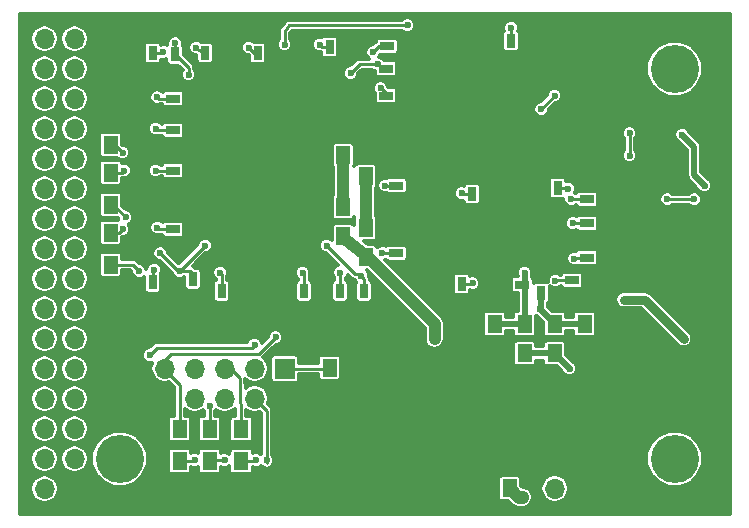
<source format=gbl>
G04 #@! TF.FileFunction,Copper,L2,Bot,Signal*
%FSLAX46Y46*%
G04 Gerber Fmt 4.6, Leading zero omitted, Abs format (unit mm)*
G04 Created by KiCad (PCBNEW 4.0.4-stable) date 04/10/17 21:25:13*
%MOMM*%
%LPD*%
G01*
G04 APERTURE LIST*
%ADD10C,0.100000*%
%ADD11C,4.064000*%
%ADD12R,0.750000X1.200000*%
%ADD13R,1.200000X0.750000*%
%ADD14R,1.250000X1.500000*%
%ADD15R,1.700000X1.700000*%
%ADD16O,1.700000X1.700000*%
%ADD17C,2.000000*%
%ADD18R,1.300000X1.500000*%
%ADD19C,0.600000*%
%ADD20C,4.000000*%
%ADD21C,0.250000*%
%ADD22C,1.000000*%
%ADD23C,0.500000*%
%ADD24C,0.750000*%
%ADD25C,0.300000*%
G04 APERTURE END LIST*
D10*
D11*
X97790000Y-81280000D03*
D12*
X100584000Y-46924000D03*
X100584000Y-45024000D03*
X102489000Y-47056000D03*
X102489000Y-48956000D03*
X113411000Y-67122000D03*
X113411000Y-69022000D03*
D13*
X120335000Y-48260000D03*
X122235000Y-48260000D03*
X120335000Y-50546000D03*
X122235000Y-50546000D03*
D12*
X118491000Y-67122000D03*
X118491000Y-69022000D03*
D13*
X121224000Y-58166000D03*
X123124000Y-58166000D03*
D12*
X104013000Y-66106000D03*
X104013000Y-68006000D03*
X105029000Y-46924000D03*
X105029000Y-45024000D03*
X116459000Y-67122000D03*
X116459000Y-69022000D03*
D13*
X102301000Y-61849000D03*
X104201000Y-61849000D03*
D12*
X106426000Y-67122000D03*
X106426000Y-69022000D03*
X100584000Y-66360000D03*
X100584000Y-68260000D03*
X109474000Y-46924000D03*
X109474000Y-45024000D03*
X115570000Y-46421000D03*
X115570000Y-48321000D03*
D13*
X102301000Y-53467000D03*
X104201000Y-53467000D03*
X120462000Y-46355000D03*
X122362000Y-46355000D03*
X102301000Y-56896000D03*
X104201000Y-56896000D03*
X102301000Y-50800000D03*
X104201000Y-50800000D03*
D12*
X130937000Y-45913000D03*
X130937000Y-47813000D03*
D14*
X118618000Y-57384000D03*
X118618000Y-54884000D03*
X116713000Y-55606000D03*
X116713000Y-53106000D03*
X129540000Y-69870000D03*
X129540000Y-72370000D03*
X137160000Y-69870000D03*
X137160000Y-72370000D03*
D12*
X127635000Y-58862000D03*
X127635000Y-56962000D03*
X126746000Y-66482000D03*
X126746000Y-64582000D03*
D13*
X136083000Y-66167000D03*
X137983000Y-66167000D03*
X139253000Y-59309000D03*
X137353000Y-59309000D03*
D12*
X134874000Y-58354000D03*
X134874000Y-56454000D03*
D13*
X137353000Y-64262000D03*
X139253000Y-64262000D03*
X131887000Y-66548000D03*
X129987000Y-66548000D03*
X137353000Y-61341000D03*
X139253000Y-61341000D03*
D12*
X133477000Y-65344000D03*
X133477000Y-67244000D03*
D14*
X118618000Y-61742000D03*
X118618000Y-64242000D03*
X116713000Y-59964000D03*
X116713000Y-62464000D03*
X132080000Y-69870000D03*
X132080000Y-72370000D03*
X134620000Y-69870000D03*
X134620000Y-72370000D03*
D15*
X93980000Y-83820000D03*
D16*
X91440000Y-83820000D03*
X93980000Y-81280000D03*
X91440000Y-81280000D03*
X93980000Y-78740000D03*
X91440000Y-78740000D03*
X93980000Y-76200000D03*
X91440000Y-76200000D03*
X93980000Y-73660000D03*
X91440000Y-73660000D03*
X93980000Y-71120000D03*
X91440000Y-71120000D03*
X93980000Y-68580000D03*
X91440000Y-68580000D03*
X93980000Y-66040000D03*
X91440000Y-66040000D03*
X93980000Y-63500000D03*
X91440000Y-63500000D03*
X93980000Y-60960000D03*
X91440000Y-60960000D03*
X93980000Y-58420000D03*
X91440000Y-58420000D03*
X93980000Y-55880000D03*
X91440000Y-55880000D03*
X93980000Y-53340000D03*
X91440000Y-53340000D03*
X93980000Y-50800000D03*
X91440000Y-50800000D03*
X93980000Y-48260000D03*
X91440000Y-48260000D03*
X93980000Y-45720000D03*
X91440000Y-45720000D03*
D15*
X137160000Y-83820000D03*
D16*
X134620000Y-83820000D03*
D17*
X148460000Y-72620000D03*
X148460000Y-56920000D03*
X143510000Y-72020000D03*
X143510000Y-57520000D03*
D18*
X97028000Y-59770000D03*
X97028000Y-57070000D03*
X97028000Y-62150000D03*
X97028000Y-64850000D03*
X97028000Y-54690000D03*
X97028000Y-51990000D03*
X105410000Y-78787000D03*
X105410000Y-81487000D03*
X108077000Y-78787000D03*
X108077000Y-81487000D03*
X102870000Y-78787000D03*
X102870000Y-81487000D03*
X115570000Y-76280000D03*
X115570000Y-73580000D03*
D15*
X111760000Y-73660000D03*
D16*
X111760000Y-76200000D03*
X109220000Y-73660000D03*
X109220000Y-76200000D03*
X106680000Y-73660000D03*
X106680000Y-76200000D03*
X104140000Y-73660000D03*
X104140000Y-76200000D03*
X101600000Y-73660000D03*
X101600000Y-76200000D03*
D11*
X144780000Y-48260000D03*
X144780000Y-81280000D03*
D14*
X130810000Y-83800000D03*
X130810000Y-81300000D03*
D13*
X121224000Y-63881000D03*
X123124000Y-63881000D03*
D19*
X122174000Y-44577000D03*
X111760000Y-46228000D03*
X138303000Y-58420000D03*
X136144000Y-57658000D03*
X136271000Y-62865000D03*
D20*
X131445000Y-61595000D03*
D19*
X129413000Y-68453000D03*
X100711000Y-63246000D03*
X100838000Y-60706000D03*
X100965000Y-59055000D03*
X100965000Y-55118000D03*
X98171000Y-50292000D03*
X102997000Y-67945000D03*
X120269000Y-62103000D03*
X120269000Y-56388000D03*
X120142000Y-51816000D03*
X122809000Y-49403000D03*
X113792000Y-46228000D03*
X107823000Y-46355000D03*
X103505000Y-46101000D03*
X144272000Y-68326000D03*
X144272000Y-65024000D03*
X144272000Y-63500000D03*
X144272000Y-61976000D03*
X144272000Y-60579000D03*
X142240000Y-78486000D03*
X130175000Y-75946000D03*
X128270000Y-75311000D03*
X124206000Y-82550000D03*
X116586000Y-82550000D03*
X116967000Y-80010000D03*
X121920000Y-75438000D03*
X129667000Y-77343000D03*
X133350000Y-75438000D03*
X140970000Y-78232000D03*
X141224000Y-73152000D03*
X123952000Y-44704000D03*
X139954000Y-69850000D03*
X128270000Y-69850000D03*
D20*
X110490000Y-55880000D03*
D19*
X104140000Y-81407000D03*
X106680000Y-81407000D03*
X109347000Y-81407000D03*
X110236000Y-81407000D03*
X120015000Y-63881000D03*
X100965000Y-50673000D03*
X100838000Y-53340000D03*
X100838000Y-56896000D03*
X100965000Y-61722000D03*
X100711000Y-65278000D03*
X106299000Y-65532000D03*
X113284000Y-65532000D03*
X116459000Y-65532000D03*
X120269000Y-58166000D03*
X119888000Y-49911000D03*
X119253000Y-46863000D03*
X114740000Y-46228000D03*
X108740000Y-46482000D03*
X104267000Y-46482000D03*
X101473000Y-46863000D03*
X98171000Y-56896000D03*
X99441000Y-65405000D03*
X118618000Y-60071000D03*
X118618000Y-59055000D03*
X101219000Y-63881000D03*
X103632000Y-48768000D03*
X105029000Y-63246000D03*
X102870000Y-65405000D03*
X118237000Y-65786000D03*
X115316000Y-63246000D03*
X117348000Y-48641000D03*
X119634000Y-47879000D03*
X102489000Y-46101000D03*
X116713000Y-58293000D03*
X116713000Y-57150000D03*
X130937000Y-44791000D03*
X136017000Y-59309000D03*
X144145000Y-59309000D03*
X146431000Y-59309000D03*
X127695000Y-66421000D03*
X135763000Y-58420000D03*
X126746000Y-58801000D03*
X132080000Y-65532000D03*
X131953000Y-84550000D03*
X147320000Y-58166000D03*
X145415000Y-53848000D03*
X145542000Y-71120000D03*
X140462000Y-67818000D03*
X136144000Y-61341000D03*
X136271000Y-64345000D03*
X134695000Y-66219000D03*
X133350000Y-68580000D03*
X140970000Y-53721000D03*
X140970000Y-55626000D03*
X109220000Y-71628000D03*
X100330000Y-72517000D03*
X110998000Y-70993000D03*
X98298000Y-60833000D03*
X98044000Y-61849000D03*
X98044000Y-55372000D03*
X105410000Y-76835000D03*
X134620000Y-50546000D03*
X133477000Y-51689000D03*
X124460000Y-71120000D03*
X124460000Y-69850000D03*
X135890000Y-73660000D03*
D21*
X122174000Y-44577000D02*
X112141000Y-44577000D01*
X112141000Y-44577000D02*
X111760000Y-45085000D01*
X111760000Y-45085000D02*
X111760000Y-46228000D01*
X104060000Y-81487000D02*
X102870000Y-81487000D01*
X104140000Y-81407000D02*
X104060000Y-81487000D01*
X105490000Y-81407000D02*
X106680000Y-81407000D01*
X105490000Y-81407000D02*
X105410000Y-81487000D01*
X109267000Y-81487000D02*
X108077000Y-81487000D01*
X109347000Y-81407000D02*
X109267000Y-81487000D01*
X109220000Y-76200000D02*
X110236000Y-77216000D01*
X110236000Y-77216000D02*
X110236000Y-81407000D01*
X110236000Y-81407000D02*
X110236000Y-81661000D01*
X120015000Y-63881000D02*
X121224000Y-63881000D01*
X101092000Y-50800000D02*
X102301000Y-50800000D01*
X100965000Y-50673000D02*
X101092000Y-50800000D01*
X100965000Y-53467000D02*
X102301000Y-53467000D01*
X100838000Y-53340000D02*
X100965000Y-53467000D01*
X100838000Y-56896000D02*
X102301000Y-56896000D01*
X101092000Y-61849000D02*
X102301000Y-61849000D01*
X100965000Y-61722000D02*
X101092000Y-61849000D01*
X100584000Y-65405000D02*
X100584000Y-66360000D01*
X100711000Y-65278000D02*
X100584000Y-65405000D01*
X106426000Y-65659000D02*
X106426000Y-67122000D01*
X106299000Y-65532000D02*
X106426000Y-65659000D01*
X113411000Y-65659000D02*
X113411000Y-67122000D01*
X113284000Y-65532000D02*
X113411000Y-65659000D01*
X116459000Y-65532000D02*
X116459000Y-67122000D01*
X120269000Y-58166000D02*
X121224000Y-58166000D01*
X119888000Y-49911000D02*
X120335000Y-50358000D01*
X120335000Y-50358000D02*
X120335000Y-50546000D01*
X119761000Y-46355000D02*
X120462000Y-46355000D01*
X119253000Y-46863000D02*
X119761000Y-46355000D01*
X115570000Y-46421000D02*
X114933000Y-46421000D01*
X114933000Y-46421000D02*
X114740000Y-46228000D01*
X108740000Y-46482000D02*
X109182000Y-46924000D01*
X109182000Y-46924000D02*
X109474000Y-46924000D01*
X104267000Y-46482000D02*
X104936000Y-46924000D01*
X104936000Y-46924000D02*
X105029000Y-46924000D01*
X101412000Y-46924000D02*
X100584000Y-46924000D01*
X101473000Y-46863000D02*
X101412000Y-46924000D01*
X97997000Y-57070000D02*
X97028000Y-57070000D01*
X98171000Y-56896000D02*
X97997000Y-57070000D01*
X99441000Y-65405000D02*
X98886000Y-64850000D01*
X98886000Y-64850000D02*
X97028000Y-64850000D01*
D22*
X118618000Y-60071000D02*
X118618000Y-59055000D01*
X118618000Y-59055000D02*
X118618000Y-57384000D01*
X118618000Y-61742000D02*
X118618000Y-60071000D01*
X118658000Y-61702000D02*
X118618000Y-61742000D01*
D21*
X118491000Y-67122000D02*
X118491000Y-66040000D01*
X118491000Y-66040000D02*
X118237000Y-65786000D01*
X102743000Y-65405000D02*
X102870000Y-65405000D01*
X101219000Y-63881000D02*
X102743000Y-65405000D01*
X103632000Y-48768000D02*
X103632000Y-48199000D01*
X103632000Y-48199000D02*
X102489000Y-47056000D01*
X104013000Y-66106000D02*
X104013000Y-65659000D01*
X104013000Y-65659000D02*
X103759000Y-65405000D01*
X103759000Y-65405000D02*
X102870000Y-65405000D01*
X102870000Y-65405000D02*
X105029000Y-63246000D01*
X118237000Y-65786000D02*
X118110000Y-65659000D01*
X118110000Y-65659000D02*
X117729000Y-65659000D01*
X117729000Y-65659000D02*
X115316000Y-63246000D01*
X119634000Y-47879000D02*
X118110000Y-47879000D01*
X118110000Y-47879000D02*
X117348000Y-48641000D01*
X119634000Y-47879000D02*
X120015000Y-48260000D01*
X120015000Y-48260000D02*
X120335000Y-48260000D01*
X102489000Y-46101000D02*
X102489000Y-47244000D01*
X102489000Y-47244000D02*
X102489000Y-47056000D01*
D22*
X116713000Y-57150000D02*
X116713000Y-58293000D01*
X116713000Y-59964000D02*
X116713000Y-58293000D01*
X116713000Y-57150000D02*
X116713000Y-55606000D01*
D21*
X130937000Y-44791000D02*
X130937000Y-45913000D01*
X136017000Y-59309000D02*
X137353000Y-59309000D01*
X144145000Y-59309000D02*
X146431000Y-59309000D01*
X126746000Y-66482000D02*
X127634000Y-66482000D01*
X127634000Y-66482000D02*
X127695000Y-66421000D01*
X135697000Y-58354000D02*
X134874000Y-58354000D01*
X135763000Y-58420000D02*
X135697000Y-58354000D01*
X126807000Y-58862000D02*
X127635000Y-58862000D01*
X126746000Y-58801000D02*
X126807000Y-58862000D01*
D23*
X132080000Y-65532000D02*
X132080000Y-66355000D01*
X132080000Y-66355000D02*
X131887000Y-66548000D01*
X132080000Y-69870000D02*
X129540000Y-69870000D01*
X132080000Y-69870000D02*
X132080000Y-65532000D01*
D22*
X131921000Y-84582000D02*
X131592000Y-84582000D01*
X131921000Y-84582000D02*
X131953000Y-84550000D01*
D23*
X146431000Y-57277000D02*
X146431000Y-54864000D01*
X147320000Y-58166000D02*
X146431000Y-57277000D01*
X146431000Y-54864000D02*
X145415000Y-53848000D01*
D22*
X130810000Y-83800000D02*
X131592000Y-84582000D01*
D24*
X145542000Y-71120000D02*
X142240000Y-67818000D01*
X142240000Y-67818000D02*
X140462000Y-67818000D01*
D21*
X136144000Y-61341000D02*
X137353000Y-61341000D01*
X137353000Y-64262000D02*
X136354000Y-64262000D01*
X136354000Y-64262000D02*
X136271000Y-64345000D01*
X134747000Y-66167000D02*
X136083000Y-66167000D01*
X134695000Y-66219000D02*
X134747000Y-66167000D01*
D23*
X133477000Y-67244000D02*
X133477000Y-68453000D01*
X133477000Y-68453000D02*
X133350000Y-68580000D01*
X134620000Y-69870000D02*
X137160000Y-69870000D01*
X134620000Y-69870000D02*
X134620000Y-69850000D01*
X134620000Y-69850000D02*
X133350000Y-68580000D01*
D21*
X140970000Y-53721000D02*
X140970000Y-55626000D01*
X108966000Y-71882000D02*
X109220000Y-71628000D01*
X100965000Y-71882000D02*
X108966000Y-71882000D01*
X100330000Y-72517000D02*
X100965000Y-71882000D01*
X111760000Y-73660000D02*
X115490000Y-73660000D01*
X115490000Y-73660000D02*
X115570000Y-73580000D01*
X106680000Y-73660000D02*
X107188000Y-73660000D01*
X107188000Y-73660000D02*
X107950000Y-74422000D01*
X107950000Y-74422000D02*
X108077000Y-78787000D01*
X102108000Y-72390000D02*
X109601000Y-72390000D01*
X102108000Y-72390000D02*
X101600000Y-72898000D01*
X109601000Y-72390000D02*
X110998000Y-70993000D01*
X101600000Y-73660000D02*
X101600000Y-73787000D01*
X101600000Y-73787000D02*
X102870000Y-75057000D01*
X102870000Y-75057000D02*
X102870000Y-78787000D01*
X101600000Y-73660000D02*
X101600000Y-72898000D01*
X98298000Y-60833000D02*
X97235000Y-59770000D01*
X97235000Y-59770000D02*
X97028000Y-59770000D01*
X97743000Y-62150000D02*
X97028000Y-62150000D01*
X98044000Y-61849000D02*
X97743000Y-62150000D01*
X98044000Y-55372000D02*
X97362000Y-54690000D01*
X97362000Y-54690000D02*
X97028000Y-54690000D01*
X105410000Y-78787000D02*
X105410000Y-76835000D01*
X133477000Y-51689000D02*
X134620000Y-50546000D01*
D22*
X124460000Y-71120000D02*
X124460000Y-69850000D01*
X118872000Y-64262000D02*
X116967000Y-62738000D01*
X118618000Y-64242000D02*
X118872000Y-64262000D01*
X118872000Y-64262000D02*
X124460000Y-69850000D01*
D23*
X132080000Y-72370000D02*
X134600000Y-72370000D01*
X134600000Y-72370000D02*
X135890000Y-73660000D01*
D25*
G36*
X149435000Y-85935000D02*
X89325000Y-85935000D01*
X89325000Y-83820000D01*
X90216491Y-83820000D01*
X90307836Y-84279220D01*
X90567963Y-84668528D01*
X90957271Y-84928655D01*
X91416491Y-85020000D01*
X91463509Y-85020000D01*
X91922729Y-84928655D01*
X92312037Y-84668528D01*
X92572164Y-84279220D01*
X92663509Y-83820000D01*
X92572164Y-83360780D01*
X92312037Y-82971472D01*
X91922729Y-82711345D01*
X91463509Y-82620000D01*
X91416491Y-82620000D01*
X90957271Y-82711345D01*
X90567963Y-82971472D01*
X90307836Y-83360780D01*
X90216491Y-83820000D01*
X89325000Y-83820000D01*
X89325000Y-81280000D01*
X90216491Y-81280000D01*
X90307836Y-81739220D01*
X90567963Y-82128528D01*
X90957271Y-82388655D01*
X91416491Y-82480000D01*
X91463509Y-82480000D01*
X91922729Y-82388655D01*
X92312037Y-82128528D01*
X92572164Y-81739220D01*
X92663509Y-81280000D01*
X92756491Y-81280000D01*
X92847836Y-81739220D01*
X93107963Y-82128528D01*
X93497271Y-82388655D01*
X93956491Y-82480000D01*
X94003509Y-82480000D01*
X94462729Y-82388655D01*
X94852037Y-82128528D01*
X95103805Y-81751730D01*
X95407588Y-81751730D01*
X95769461Y-82627532D01*
X96438944Y-83298184D01*
X97314112Y-83661585D01*
X98261730Y-83662412D01*
X99137532Y-83300539D01*
X99388508Y-83050000D01*
X129828144Y-83050000D01*
X129828144Y-84550000D01*
X129852549Y-84679702D01*
X129929203Y-84798825D01*
X130046163Y-84878741D01*
X130185000Y-84906856D01*
X130714774Y-84906856D01*
X130990959Y-85183041D01*
X131266719Y-85367298D01*
X131592000Y-85432000D01*
X131921000Y-85432000D01*
X132246281Y-85367298D01*
X132522041Y-85183041D01*
X132554041Y-85151041D01*
X132738298Y-84875281D01*
X132803000Y-84550000D01*
X132738298Y-84224719D01*
X132554041Y-83948959D01*
X132325857Y-83796491D01*
X133420000Y-83796491D01*
X133420000Y-83843509D01*
X133511345Y-84302729D01*
X133771472Y-84692037D01*
X134160780Y-84952164D01*
X134620000Y-85043509D01*
X135079220Y-84952164D01*
X135468528Y-84692037D01*
X135728655Y-84302729D01*
X135820000Y-83843509D01*
X135820000Y-83796491D01*
X135728655Y-83337271D01*
X135468528Y-82947963D01*
X135079220Y-82687836D01*
X134620000Y-82596491D01*
X134160780Y-82687836D01*
X133771472Y-82947963D01*
X133511345Y-83337271D01*
X133420000Y-83796491D01*
X132325857Y-83796491D01*
X132278281Y-83764702D01*
X131953000Y-83700000D01*
X131918871Y-83706789D01*
X131791856Y-83579774D01*
X131791856Y-83050000D01*
X131767451Y-82920298D01*
X131690797Y-82801175D01*
X131573837Y-82721259D01*
X131435000Y-82693144D01*
X130185000Y-82693144D01*
X130055298Y-82717549D01*
X129936175Y-82794203D01*
X129856259Y-82911163D01*
X129828144Y-83050000D01*
X99388508Y-83050000D01*
X99808184Y-82631056D01*
X100171585Y-81755888D01*
X100172412Y-80808270D01*
X99810539Y-79932468D01*
X99141056Y-79261816D01*
X98265888Y-78898415D01*
X97318270Y-78897588D01*
X96442468Y-79259461D01*
X95771816Y-79928944D01*
X95408415Y-80804112D01*
X95407588Y-81751730D01*
X95103805Y-81751730D01*
X95112164Y-81739220D01*
X95203509Y-81280000D01*
X95112164Y-80820780D01*
X94852037Y-80431472D01*
X94462729Y-80171345D01*
X94003509Y-80080000D01*
X93956491Y-80080000D01*
X93497271Y-80171345D01*
X93107963Y-80431472D01*
X92847836Y-80820780D01*
X92756491Y-81280000D01*
X92663509Y-81280000D01*
X92572164Y-80820780D01*
X92312037Y-80431472D01*
X91922729Y-80171345D01*
X91463509Y-80080000D01*
X91416491Y-80080000D01*
X90957271Y-80171345D01*
X90567963Y-80431472D01*
X90307836Y-80820780D01*
X90216491Y-81280000D01*
X89325000Y-81280000D01*
X89325000Y-78740000D01*
X90216491Y-78740000D01*
X90307836Y-79199220D01*
X90567963Y-79588528D01*
X90957271Y-79848655D01*
X91416491Y-79940000D01*
X91463509Y-79940000D01*
X91922729Y-79848655D01*
X92312037Y-79588528D01*
X92572164Y-79199220D01*
X92663509Y-78740000D01*
X92756491Y-78740000D01*
X92847836Y-79199220D01*
X93107963Y-79588528D01*
X93497271Y-79848655D01*
X93956491Y-79940000D01*
X94003509Y-79940000D01*
X94462729Y-79848655D01*
X94852037Y-79588528D01*
X95112164Y-79199220D01*
X95203509Y-78740000D01*
X95112164Y-78280780D01*
X94852037Y-77891472D01*
X94462729Y-77631345D01*
X94003509Y-77540000D01*
X93956491Y-77540000D01*
X93497271Y-77631345D01*
X93107963Y-77891472D01*
X92847836Y-78280780D01*
X92756491Y-78740000D01*
X92663509Y-78740000D01*
X92572164Y-78280780D01*
X92312037Y-77891472D01*
X91922729Y-77631345D01*
X91463509Y-77540000D01*
X91416491Y-77540000D01*
X90957271Y-77631345D01*
X90567963Y-77891472D01*
X90307836Y-78280780D01*
X90216491Y-78740000D01*
X89325000Y-78740000D01*
X89325000Y-76200000D01*
X90216491Y-76200000D01*
X90307836Y-76659220D01*
X90567963Y-77048528D01*
X90957271Y-77308655D01*
X91416491Y-77400000D01*
X91463509Y-77400000D01*
X91922729Y-77308655D01*
X92312037Y-77048528D01*
X92572164Y-76659220D01*
X92663509Y-76200000D01*
X92756491Y-76200000D01*
X92847836Y-76659220D01*
X93107963Y-77048528D01*
X93497271Y-77308655D01*
X93956491Y-77400000D01*
X94003509Y-77400000D01*
X94462729Y-77308655D01*
X94852037Y-77048528D01*
X95112164Y-76659220D01*
X95203509Y-76200000D01*
X95112164Y-75740780D01*
X94852037Y-75351472D01*
X94462729Y-75091345D01*
X94003509Y-75000000D01*
X93956491Y-75000000D01*
X93497271Y-75091345D01*
X93107963Y-75351472D01*
X92847836Y-75740780D01*
X92756491Y-76200000D01*
X92663509Y-76200000D01*
X92572164Y-75740780D01*
X92312037Y-75351472D01*
X91922729Y-75091345D01*
X91463509Y-75000000D01*
X91416491Y-75000000D01*
X90957271Y-75091345D01*
X90567963Y-75351472D01*
X90307836Y-75740780D01*
X90216491Y-76200000D01*
X89325000Y-76200000D01*
X89325000Y-73660000D01*
X90216491Y-73660000D01*
X90307836Y-74119220D01*
X90567963Y-74508528D01*
X90957271Y-74768655D01*
X91416491Y-74860000D01*
X91463509Y-74860000D01*
X91922729Y-74768655D01*
X92312037Y-74508528D01*
X92572164Y-74119220D01*
X92663509Y-73660000D01*
X92756491Y-73660000D01*
X92847836Y-74119220D01*
X93107963Y-74508528D01*
X93497271Y-74768655D01*
X93956491Y-74860000D01*
X94003509Y-74860000D01*
X94462729Y-74768655D01*
X94852037Y-74508528D01*
X95112164Y-74119220D01*
X95203509Y-73660000D01*
X95112164Y-73200780D01*
X94852037Y-72811472D01*
X94603981Y-72645726D01*
X99679888Y-72645726D01*
X99778636Y-72884714D01*
X99961324Y-73067722D01*
X100200140Y-73166887D01*
X100458726Y-73167112D01*
X100513162Y-73144619D01*
X100491345Y-73177271D01*
X100400000Y-73636491D01*
X100400000Y-73683509D01*
X100491345Y-74142729D01*
X100751472Y-74532037D01*
X101140780Y-74792164D01*
X101600000Y-74883509D01*
X101954285Y-74813037D01*
X102395000Y-75253752D01*
X102395000Y-77680144D01*
X102220000Y-77680144D01*
X102090298Y-77704549D01*
X101971175Y-77781203D01*
X101891259Y-77898163D01*
X101863144Y-78037000D01*
X101863144Y-79537000D01*
X101887549Y-79666702D01*
X101964203Y-79785825D01*
X102081163Y-79865741D01*
X102220000Y-79893856D01*
X103520000Y-79893856D01*
X103649702Y-79869451D01*
X103768825Y-79792797D01*
X103848741Y-79675837D01*
X103876856Y-79537000D01*
X103876856Y-78037000D01*
X103852451Y-77907298D01*
X103775797Y-77788175D01*
X103658837Y-77708259D01*
X103520000Y-77680144D01*
X103345000Y-77680144D01*
X103345000Y-77107803D01*
X103680780Y-77332164D01*
X104140000Y-77423509D01*
X104599220Y-77332164D01*
X104844426Y-77168323D01*
X104858636Y-77202714D01*
X104935000Y-77279212D01*
X104935000Y-77680144D01*
X104760000Y-77680144D01*
X104630298Y-77704549D01*
X104511175Y-77781203D01*
X104431259Y-77898163D01*
X104403144Y-78037000D01*
X104403144Y-79537000D01*
X104427549Y-79666702D01*
X104504203Y-79785825D01*
X104621163Y-79865741D01*
X104760000Y-79893856D01*
X106060000Y-79893856D01*
X106189702Y-79869451D01*
X106308825Y-79792797D01*
X106388741Y-79675837D01*
X106416856Y-79537000D01*
X106416856Y-78037000D01*
X106392451Y-77907298D01*
X106315797Y-77788175D01*
X106198837Y-77708259D01*
X106060000Y-77680144D01*
X105885000Y-77680144D01*
X105885000Y-77279266D01*
X105960722Y-77203676D01*
X105975439Y-77168233D01*
X106220780Y-77332164D01*
X106680000Y-77423509D01*
X107139220Y-77332164D01*
X107528528Y-77072037D01*
X107550927Y-77038515D01*
X107569595Y-77680144D01*
X107427000Y-77680144D01*
X107297298Y-77704549D01*
X107178175Y-77781203D01*
X107098259Y-77898163D01*
X107070144Y-78037000D01*
X107070144Y-79537000D01*
X107094549Y-79666702D01*
X107171203Y-79785825D01*
X107288163Y-79865741D01*
X107427000Y-79893856D01*
X108727000Y-79893856D01*
X108856702Y-79869451D01*
X108975825Y-79792797D01*
X109055741Y-79675837D01*
X109083856Y-79537000D01*
X109083856Y-78037000D01*
X109059451Y-77907298D01*
X108982797Y-77788175D01*
X108865837Y-77708259D01*
X108727000Y-77680144D01*
X108519997Y-77680144D01*
X108504898Y-77161189D01*
X108760780Y-77332164D01*
X109220000Y-77423509D01*
X109679220Y-77332164D01*
X109679935Y-77331687D01*
X109761000Y-77412752D01*
X109761000Y-80901681D01*
X109715676Y-80856278D01*
X109476860Y-80757113D01*
X109218274Y-80756888D01*
X109083856Y-80812428D01*
X109083856Y-80737000D01*
X109059451Y-80607298D01*
X108982797Y-80488175D01*
X108865837Y-80408259D01*
X108727000Y-80380144D01*
X107427000Y-80380144D01*
X107297298Y-80404549D01*
X107178175Y-80481203D01*
X107098259Y-80598163D01*
X107070144Y-80737000D01*
X107070144Y-80877784D01*
X107048676Y-80856278D01*
X106809860Y-80757113D01*
X106551274Y-80756888D01*
X106416856Y-80812428D01*
X106416856Y-80737000D01*
X106392451Y-80607298D01*
X106315797Y-80488175D01*
X106198837Y-80408259D01*
X106060000Y-80380144D01*
X104760000Y-80380144D01*
X104630298Y-80404549D01*
X104511175Y-80481203D01*
X104431259Y-80598163D01*
X104403144Y-80737000D01*
X104403144Y-80812457D01*
X104269860Y-80757113D01*
X104011274Y-80756888D01*
X103876856Y-80812428D01*
X103876856Y-80737000D01*
X103852451Y-80607298D01*
X103775797Y-80488175D01*
X103658837Y-80408259D01*
X103520000Y-80380144D01*
X102220000Y-80380144D01*
X102090298Y-80404549D01*
X101971175Y-80481203D01*
X101891259Y-80598163D01*
X101863144Y-80737000D01*
X101863144Y-82237000D01*
X101887549Y-82366702D01*
X101964203Y-82485825D01*
X102081163Y-82565741D01*
X102220000Y-82593856D01*
X103520000Y-82593856D01*
X103649702Y-82569451D01*
X103768825Y-82492797D01*
X103848741Y-82375837D01*
X103876856Y-82237000D01*
X103876856Y-82001543D01*
X104010140Y-82056887D01*
X104268726Y-82057112D01*
X104403144Y-82001572D01*
X104403144Y-82237000D01*
X104427549Y-82366702D01*
X104504203Y-82485825D01*
X104621163Y-82565741D01*
X104760000Y-82593856D01*
X106060000Y-82593856D01*
X106189702Y-82569451D01*
X106308825Y-82492797D01*
X106388741Y-82375837D01*
X106416856Y-82237000D01*
X106416856Y-82001543D01*
X106550140Y-82056887D01*
X106808726Y-82057112D01*
X107047714Y-81958364D01*
X107070144Y-81935973D01*
X107070144Y-82237000D01*
X107094549Y-82366702D01*
X107171203Y-82485825D01*
X107288163Y-82565741D01*
X107427000Y-82593856D01*
X108727000Y-82593856D01*
X108856702Y-82569451D01*
X108975825Y-82492797D01*
X109055741Y-82375837D01*
X109083856Y-82237000D01*
X109083856Y-82001543D01*
X109217140Y-82056887D01*
X109475726Y-82057112D01*
X109714714Y-81958364D01*
X109791474Y-81881739D01*
X109867324Y-81957722D01*
X109876511Y-81961537D01*
X109900124Y-81996876D01*
X110054225Y-82099843D01*
X110236000Y-82136000D01*
X110417775Y-82099843D01*
X110571876Y-81996876D01*
X110595281Y-81961849D01*
X110603714Y-81958364D01*
X110786722Y-81775676D01*
X110796665Y-81751730D01*
X142397588Y-81751730D01*
X142759461Y-82627532D01*
X143428944Y-83298184D01*
X144304112Y-83661585D01*
X145251730Y-83662412D01*
X146127532Y-83300539D01*
X146798184Y-82631056D01*
X147161585Y-81755888D01*
X147162412Y-80808270D01*
X146800539Y-79932468D01*
X146131056Y-79261816D01*
X145255888Y-78898415D01*
X144308270Y-78897588D01*
X143432468Y-79259461D01*
X142761816Y-79928944D01*
X142398415Y-80804112D01*
X142397588Y-81751730D01*
X110796665Y-81751730D01*
X110885887Y-81536860D01*
X110886112Y-81278274D01*
X110787364Y-81039286D01*
X110711000Y-80962788D01*
X110711000Y-77216000D01*
X110674843Y-77034225D01*
X110571876Y-76880124D01*
X110336258Y-76644506D01*
X110420000Y-76223509D01*
X110420000Y-76176491D01*
X110328655Y-75717271D01*
X110068528Y-75327963D01*
X109679220Y-75067836D01*
X109220000Y-74976491D01*
X108760780Y-75067836D01*
X108450033Y-75275470D01*
X108429531Y-74570831D01*
X108760780Y-74792164D01*
X109220000Y-74883509D01*
X109679220Y-74792164D01*
X110068528Y-74532037D01*
X110328655Y-74142729D01*
X110420000Y-73683509D01*
X110420000Y-73636491D01*
X110328655Y-73177271D01*
X110083253Y-72810000D01*
X110553144Y-72810000D01*
X110553144Y-74510000D01*
X110577549Y-74639702D01*
X110654203Y-74758825D01*
X110771163Y-74838741D01*
X110910000Y-74866856D01*
X112610000Y-74866856D01*
X112739702Y-74842451D01*
X112858825Y-74765797D01*
X112938741Y-74648837D01*
X112966856Y-74510000D01*
X112966856Y-74135000D01*
X114563144Y-74135000D01*
X114563144Y-74330000D01*
X114587549Y-74459702D01*
X114664203Y-74578825D01*
X114781163Y-74658741D01*
X114920000Y-74686856D01*
X116220000Y-74686856D01*
X116349702Y-74662451D01*
X116468825Y-74585797D01*
X116548741Y-74468837D01*
X116576856Y-74330000D01*
X116576856Y-72830000D01*
X116552451Y-72700298D01*
X116475797Y-72581175D01*
X116358837Y-72501259D01*
X116220000Y-72473144D01*
X114920000Y-72473144D01*
X114790298Y-72497549D01*
X114671175Y-72574203D01*
X114591259Y-72691163D01*
X114563144Y-72830000D01*
X114563144Y-73185000D01*
X112966856Y-73185000D01*
X112966856Y-72810000D01*
X112942451Y-72680298D01*
X112865797Y-72561175D01*
X112748837Y-72481259D01*
X112610000Y-72453144D01*
X110910000Y-72453144D01*
X110780298Y-72477549D01*
X110661175Y-72554203D01*
X110581259Y-72671163D01*
X110553144Y-72810000D01*
X110083253Y-72810000D01*
X110068528Y-72787963D01*
X109952390Y-72710362D01*
X111019732Y-71643019D01*
X111126726Y-71643112D01*
X111365714Y-71544364D01*
X111548722Y-71361676D01*
X111647887Y-71122860D01*
X111648112Y-70864274D01*
X111549364Y-70625286D01*
X111366676Y-70442278D01*
X111127860Y-70343113D01*
X110869274Y-70342888D01*
X110630286Y-70441636D01*
X110447278Y-70624324D01*
X110348113Y-70863140D01*
X110348019Y-70971230D01*
X109855453Y-71463796D01*
X109771364Y-71260286D01*
X109588676Y-71077278D01*
X109349860Y-70978113D01*
X109091274Y-70977888D01*
X108852286Y-71076636D01*
X108669278Y-71259324D01*
X108607958Y-71407000D01*
X100965005Y-71407000D01*
X100965000Y-71406999D01*
X100813384Y-71437158D01*
X100783225Y-71443157D01*
X100629124Y-71546124D01*
X100629122Y-71546127D01*
X100308267Y-71866981D01*
X100201274Y-71866888D01*
X99962286Y-71965636D01*
X99779278Y-72148324D01*
X99680113Y-72387140D01*
X99679888Y-72645726D01*
X94603981Y-72645726D01*
X94462729Y-72551345D01*
X94003509Y-72460000D01*
X93956491Y-72460000D01*
X93497271Y-72551345D01*
X93107963Y-72811472D01*
X92847836Y-73200780D01*
X92756491Y-73660000D01*
X92663509Y-73660000D01*
X92572164Y-73200780D01*
X92312037Y-72811472D01*
X91922729Y-72551345D01*
X91463509Y-72460000D01*
X91416491Y-72460000D01*
X90957271Y-72551345D01*
X90567963Y-72811472D01*
X90307836Y-73200780D01*
X90216491Y-73660000D01*
X89325000Y-73660000D01*
X89325000Y-71120000D01*
X90216491Y-71120000D01*
X90307836Y-71579220D01*
X90567963Y-71968528D01*
X90957271Y-72228655D01*
X91416491Y-72320000D01*
X91463509Y-72320000D01*
X91922729Y-72228655D01*
X92312037Y-71968528D01*
X92572164Y-71579220D01*
X92663509Y-71120000D01*
X92756491Y-71120000D01*
X92847836Y-71579220D01*
X93107963Y-71968528D01*
X93497271Y-72228655D01*
X93956491Y-72320000D01*
X94003509Y-72320000D01*
X94462729Y-72228655D01*
X94852037Y-71968528D01*
X95112164Y-71579220D01*
X95203509Y-71120000D01*
X95112164Y-70660780D01*
X94852037Y-70271472D01*
X94462729Y-70011345D01*
X94003509Y-69920000D01*
X93956491Y-69920000D01*
X93497271Y-70011345D01*
X93107963Y-70271472D01*
X92847836Y-70660780D01*
X92756491Y-71120000D01*
X92663509Y-71120000D01*
X92572164Y-70660780D01*
X92312037Y-70271472D01*
X91922729Y-70011345D01*
X91463509Y-69920000D01*
X91416491Y-69920000D01*
X90957271Y-70011345D01*
X90567963Y-70271472D01*
X90307836Y-70660780D01*
X90216491Y-71120000D01*
X89325000Y-71120000D01*
X89325000Y-68580000D01*
X90216491Y-68580000D01*
X90307836Y-69039220D01*
X90567963Y-69428528D01*
X90957271Y-69688655D01*
X91416491Y-69780000D01*
X91463509Y-69780000D01*
X91922729Y-69688655D01*
X92312037Y-69428528D01*
X92572164Y-69039220D01*
X92663509Y-68580000D01*
X92756491Y-68580000D01*
X92847836Y-69039220D01*
X93107963Y-69428528D01*
X93497271Y-69688655D01*
X93956491Y-69780000D01*
X94003509Y-69780000D01*
X94462729Y-69688655D01*
X94852037Y-69428528D01*
X95112164Y-69039220D01*
X95203509Y-68580000D01*
X95112164Y-68120780D01*
X94852037Y-67731472D01*
X94462729Y-67471345D01*
X94003509Y-67380000D01*
X93956491Y-67380000D01*
X93497271Y-67471345D01*
X93107963Y-67731472D01*
X92847836Y-68120780D01*
X92756491Y-68580000D01*
X92663509Y-68580000D01*
X92572164Y-68120780D01*
X92312037Y-67731472D01*
X91922729Y-67471345D01*
X91463509Y-67380000D01*
X91416491Y-67380000D01*
X90957271Y-67471345D01*
X90567963Y-67731472D01*
X90307836Y-68120780D01*
X90216491Y-68580000D01*
X89325000Y-68580000D01*
X89325000Y-66040000D01*
X90216491Y-66040000D01*
X90307836Y-66499220D01*
X90567963Y-66888528D01*
X90957271Y-67148655D01*
X91416491Y-67240000D01*
X91463509Y-67240000D01*
X91922729Y-67148655D01*
X92312037Y-66888528D01*
X92572164Y-66499220D01*
X92663509Y-66040000D01*
X92756491Y-66040000D01*
X92847836Y-66499220D01*
X93107963Y-66888528D01*
X93497271Y-67148655D01*
X93956491Y-67240000D01*
X94003509Y-67240000D01*
X94462729Y-67148655D01*
X94852037Y-66888528D01*
X95112164Y-66499220D01*
X95203509Y-66040000D01*
X95112164Y-65580780D01*
X94852037Y-65191472D01*
X94462729Y-64931345D01*
X94003509Y-64840000D01*
X93956491Y-64840000D01*
X93497271Y-64931345D01*
X93107963Y-65191472D01*
X92847836Y-65580780D01*
X92756491Y-66040000D01*
X92663509Y-66040000D01*
X92572164Y-65580780D01*
X92312037Y-65191472D01*
X91922729Y-64931345D01*
X91463509Y-64840000D01*
X91416491Y-64840000D01*
X90957271Y-64931345D01*
X90567963Y-65191472D01*
X90307836Y-65580780D01*
X90216491Y-66040000D01*
X89325000Y-66040000D01*
X89325000Y-63500000D01*
X90216491Y-63500000D01*
X90307836Y-63959220D01*
X90567963Y-64348528D01*
X90957271Y-64608655D01*
X91416491Y-64700000D01*
X91463509Y-64700000D01*
X91922729Y-64608655D01*
X92312037Y-64348528D01*
X92572164Y-63959220D01*
X92663509Y-63500000D01*
X92756491Y-63500000D01*
X92847836Y-63959220D01*
X93107963Y-64348528D01*
X93497271Y-64608655D01*
X93956491Y-64700000D01*
X94003509Y-64700000D01*
X94462729Y-64608655D01*
X94852037Y-64348528D01*
X95018097Y-64100000D01*
X96021144Y-64100000D01*
X96021144Y-65600000D01*
X96045549Y-65729702D01*
X96122203Y-65848825D01*
X96239163Y-65928741D01*
X96378000Y-65956856D01*
X97678000Y-65956856D01*
X97807702Y-65932451D01*
X97926825Y-65855797D01*
X98006741Y-65738837D01*
X98034856Y-65600000D01*
X98034856Y-65325000D01*
X98689248Y-65325000D01*
X98790981Y-65426733D01*
X98790888Y-65533726D01*
X98889636Y-65772714D01*
X99072324Y-65955722D01*
X99311140Y-66054887D01*
X99569726Y-66055112D01*
X99808714Y-65956364D01*
X99852144Y-65913010D01*
X99852144Y-66960000D01*
X99876549Y-67089702D01*
X99953203Y-67208825D01*
X100070163Y-67288741D01*
X100209000Y-67316856D01*
X100959000Y-67316856D01*
X101088702Y-67292451D01*
X101207825Y-67215797D01*
X101287741Y-67098837D01*
X101315856Y-66960000D01*
X101315856Y-65760000D01*
X101291451Y-65630298D01*
X101277515Y-65608641D01*
X101360887Y-65407860D01*
X101361112Y-65149274D01*
X101262364Y-64910286D01*
X101079676Y-64727278D01*
X100840860Y-64628113D01*
X100582274Y-64627888D01*
X100343286Y-64726636D01*
X100160278Y-64909324D01*
X100061113Y-65148140D01*
X100061065Y-65203554D01*
X99992364Y-65037286D01*
X99809676Y-64854278D01*
X99570860Y-64755113D01*
X99462771Y-64755019D01*
X99221876Y-64514124D01*
X99067775Y-64411157D01*
X98886000Y-64375000D01*
X98034856Y-64375000D01*
X98034856Y-64100000D01*
X98017870Y-64009726D01*
X100568888Y-64009726D01*
X100667636Y-64248714D01*
X100850324Y-64431722D01*
X101089140Y-64530887D01*
X101197229Y-64530981D01*
X102233910Y-65567661D01*
X102318636Y-65772714D01*
X102501324Y-65955722D01*
X102740140Y-66054887D01*
X102998726Y-66055112D01*
X103237714Y-65956364D01*
X103281144Y-65913010D01*
X103281144Y-66706000D01*
X103305549Y-66835702D01*
X103382203Y-66954825D01*
X103499163Y-67034741D01*
X103638000Y-67062856D01*
X104388000Y-67062856D01*
X104517702Y-67038451D01*
X104636825Y-66961797D01*
X104716741Y-66844837D01*
X104744856Y-66706000D01*
X104744856Y-65660726D01*
X105648888Y-65660726D01*
X105747636Y-65899714D01*
X105930324Y-66082722D01*
X105951000Y-66091307D01*
X105951000Y-66183960D01*
X105921298Y-66189549D01*
X105802175Y-66266203D01*
X105722259Y-66383163D01*
X105694144Y-66522000D01*
X105694144Y-67722000D01*
X105718549Y-67851702D01*
X105795203Y-67970825D01*
X105912163Y-68050741D01*
X106051000Y-68078856D01*
X106801000Y-68078856D01*
X106930702Y-68054451D01*
X107049825Y-67977797D01*
X107129741Y-67860837D01*
X107157856Y-67722000D01*
X107157856Y-66522000D01*
X107133451Y-66392298D01*
X107056797Y-66273175D01*
X106939837Y-66193259D01*
X106901000Y-66185394D01*
X106901000Y-65777185D01*
X106948887Y-65661860D01*
X106948887Y-65660726D01*
X112633888Y-65660726D01*
X112732636Y-65899714D01*
X112915324Y-66082722D01*
X112936000Y-66091307D01*
X112936000Y-66183960D01*
X112906298Y-66189549D01*
X112787175Y-66266203D01*
X112707259Y-66383163D01*
X112679144Y-66522000D01*
X112679144Y-67722000D01*
X112703549Y-67851702D01*
X112780203Y-67970825D01*
X112897163Y-68050741D01*
X113036000Y-68078856D01*
X113786000Y-68078856D01*
X113915702Y-68054451D01*
X114034825Y-67977797D01*
X114114741Y-67860837D01*
X114142856Y-67722000D01*
X114142856Y-66522000D01*
X114118451Y-66392298D01*
X114041797Y-66273175D01*
X113924837Y-66193259D01*
X113886000Y-66185394D01*
X113886000Y-65777185D01*
X113933887Y-65661860D01*
X113934112Y-65403274D01*
X113835364Y-65164286D01*
X113652676Y-64981278D01*
X113413860Y-64882113D01*
X113155274Y-64881888D01*
X112916286Y-64980636D01*
X112733278Y-65163324D01*
X112634113Y-65402140D01*
X112633888Y-65660726D01*
X106948887Y-65660726D01*
X106949112Y-65403274D01*
X106850364Y-65164286D01*
X106667676Y-64981278D01*
X106428860Y-64882113D01*
X106170274Y-64881888D01*
X105931286Y-64980636D01*
X105748278Y-65163324D01*
X105649113Y-65402140D01*
X105648888Y-65660726D01*
X104744856Y-65660726D01*
X104744856Y-65506000D01*
X104720451Y-65376298D01*
X104643797Y-65257175D01*
X104526837Y-65177259D01*
X104388000Y-65149144D01*
X104174896Y-65149144D01*
X104094876Y-65069124D01*
X103964645Y-64982107D01*
X105050733Y-63896019D01*
X105157726Y-63896112D01*
X105396714Y-63797364D01*
X105579722Y-63614676D01*
X105678887Y-63375860D01*
X105678887Y-63374726D01*
X114665888Y-63374726D01*
X114764636Y-63613714D01*
X114947324Y-63796722D01*
X115186140Y-63895887D01*
X115294229Y-63895981D01*
X116294796Y-64896547D01*
X116091286Y-64980636D01*
X115908278Y-65163324D01*
X115809113Y-65402140D01*
X115808888Y-65660726D01*
X115907636Y-65899714D01*
X115984000Y-65976212D01*
X115984000Y-66183960D01*
X115954298Y-66189549D01*
X115835175Y-66266203D01*
X115755259Y-66383163D01*
X115727144Y-66522000D01*
X115727144Y-67722000D01*
X115751549Y-67851702D01*
X115828203Y-67970825D01*
X115945163Y-68050741D01*
X116084000Y-68078856D01*
X116834000Y-68078856D01*
X116963702Y-68054451D01*
X117082825Y-67977797D01*
X117162741Y-67860837D01*
X117190856Y-67722000D01*
X117190856Y-66522000D01*
X117166451Y-66392298D01*
X117089797Y-66273175D01*
X116972837Y-66193259D01*
X116934000Y-66185394D01*
X116934000Y-65976266D01*
X117009722Y-65900676D01*
X117094575Y-65696326D01*
X117393122Y-65994873D01*
X117393124Y-65994876D01*
X117480541Y-66053286D01*
X117547225Y-66097843D01*
X117672878Y-66122837D01*
X117685636Y-66153714D01*
X117839037Y-66307384D01*
X117787259Y-66383163D01*
X117759144Y-66522000D01*
X117759144Y-67722000D01*
X117783549Y-67851702D01*
X117860203Y-67970825D01*
X117977163Y-68050741D01*
X118116000Y-68078856D01*
X118866000Y-68078856D01*
X118995702Y-68054451D01*
X119114825Y-67977797D01*
X119194741Y-67860837D01*
X119222856Y-67722000D01*
X119222856Y-66522000D01*
X119198451Y-66392298D01*
X119121797Y-66273175D01*
X119004837Y-66193259D01*
X118966000Y-66185394D01*
X118966000Y-66040000D01*
X118929843Y-65858225D01*
X118886993Y-65794095D01*
X118887112Y-65657274D01*
X118788364Y-65418286D01*
X118719055Y-65348856D01*
X118756774Y-65348856D01*
X123610000Y-70202081D01*
X123610000Y-71120000D01*
X123674702Y-71445281D01*
X123858959Y-71721041D01*
X124134719Y-71905298D01*
X124460000Y-71970000D01*
X124785281Y-71905298D01*
X125061041Y-71721041D01*
X125128554Y-71620000D01*
X131098144Y-71620000D01*
X131098144Y-73120000D01*
X131122549Y-73249702D01*
X131199203Y-73368825D01*
X131316163Y-73448741D01*
X131455000Y-73476856D01*
X132705000Y-73476856D01*
X132834702Y-73452451D01*
X132953825Y-73375797D01*
X133033741Y-73258837D01*
X133061856Y-73120000D01*
X133061856Y-72970000D01*
X133638144Y-72970000D01*
X133638144Y-73120000D01*
X133662549Y-73249702D01*
X133739203Y-73368825D01*
X133856163Y-73448741D01*
X133995000Y-73476856D01*
X134858328Y-73476856D01*
X135288959Y-73907487D01*
X135338636Y-74027714D01*
X135521324Y-74210722D01*
X135760140Y-74309887D01*
X136018726Y-74310112D01*
X136257714Y-74211364D01*
X136440722Y-74028676D01*
X136539887Y-73789860D01*
X136540112Y-73531274D01*
X136441364Y-73292286D01*
X136258676Y-73109278D01*
X136137482Y-73058954D01*
X135601856Y-72523328D01*
X135601856Y-71620000D01*
X135577451Y-71490298D01*
X135500797Y-71371175D01*
X135383837Y-71291259D01*
X135245000Y-71263144D01*
X133995000Y-71263144D01*
X133865298Y-71287549D01*
X133746175Y-71364203D01*
X133666259Y-71481163D01*
X133638144Y-71620000D01*
X133638144Y-71770000D01*
X133061856Y-71770000D01*
X133061856Y-71620000D01*
X133037451Y-71490298D01*
X132960797Y-71371175D01*
X132843837Y-71291259D01*
X132705000Y-71263144D01*
X131455000Y-71263144D01*
X131325298Y-71287549D01*
X131206175Y-71364203D01*
X131126259Y-71481163D01*
X131098144Y-71620000D01*
X125128554Y-71620000D01*
X125245298Y-71445281D01*
X125310000Y-71120000D01*
X125310000Y-69850000D01*
X125245298Y-69524719D01*
X125061041Y-69248959D01*
X125061038Y-69248957D01*
X124932082Y-69120000D01*
X128558144Y-69120000D01*
X128558144Y-70620000D01*
X128582549Y-70749702D01*
X128659203Y-70868825D01*
X128776163Y-70948741D01*
X128915000Y-70976856D01*
X130165000Y-70976856D01*
X130294702Y-70952451D01*
X130413825Y-70875797D01*
X130493741Y-70758837D01*
X130521856Y-70620000D01*
X130521856Y-70470000D01*
X131098144Y-70470000D01*
X131098144Y-70620000D01*
X131122549Y-70749702D01*
X131199203Y-70868825D01*
X131316163Y-70948741D01*
X131455000Y-70976856D01*
X132705000Y-70976856D01*
X132834702Y-70952451D01*
X132953825Y-70875797D01*
X133033741Y-70758837D01*
X133061856Y-70620000D01*
X133061856Y-69164162D01*
X133102518Y-69181046D01*
X133638144Y-69716672D01*
X133638144Y-70620000D01*
X133662549Y-70749702D01*
X133739203Y-70868825D01*
X133856163Y-70948741D01*
X133995000Y-70976856D01*
X135245000Y-70976856D01*
X135374702Y-70952451D01*
X135493825Y-70875797D01*
X135573741Y-70758837D01*
X135601856Y-70620000D01*
X135601856Y-70470000D01*
X136178144Y-70470000D01*
X136178144Y-70620000D01*
X136202549Y-70749702D01*
X136279203Y-70868825D01*
X136396163Y-70948741D01*
X136535000Y-70976856D01*
X137785000Y-70976856D01*
X137914702Y-70952451D01*
X138033825Y-70875797D01*
X138113741Y-70758837D01*
X138141856Y-70620000D01*
X138141856Y-69120000D01*
X138117451Y-68990298D01*
X138040797Y-68871175D01*
X137923837Y-68791259D01*
X137785000Y-68763144D01*
X136535000Y-68763144D01*
X136405298Y-68787549D01*
X136286175Y-68864203D01*
X136206259Y-68981163D01*
X136178144Y-69120000D01*
X136178144Y-69270000D01*
X135601856Y-69270000D01*
X135601856Y-69120000D01*
X135577451Y-68990298D01*
X135500797Y-68871175D01*
X135383837Y-68791259D01*
X135245000Y-68763144D01*
X134381672Y-68763144D01*
X134076092Y-68457564D01*
X134077000Y-68453000D01*
X134077000Y-68115128D01*
X134100825Y-68099797D01*
X134180741Y-67982837D01*
X134208856Y-67844000D01*
X134208856Y-67818000D01*
X139737000Y-67818000D01*
X139792187Y-68095445D01*
X139949348Y-68330652D01*
X140184555Y-68487813D01*
X140462000Y-68543000D01*
X141939696Y-68543000D01*
X145029347Y-71632652D01*
X145264554Y-71789812D01*
X145542000Y-71844999D01*
X145819446Y-71789812D01*
X146054652Y-71632652D01*
X146211812Y-71397446D01*
X146266999Y-71120000D01*
X146211812Y-70842554D01*
X146054652Y-70607347D01*
X142752652Y-67305348D01*
X142517446Y-67148187D01*
X142471415Y-67139031D01*
X142240000Y-67093000D01*
X140462000Y-67093000D01*
X140184555Y-67148187D01*
X139949348Y-67305348D01*
X139792187Y-67540555D01*
X139737000Y-67818000D01*
X134208856Y-67818000D01*
X134208856Y-66652048D01*
X134326324Y-66769722D01*
X134565140Y-66868887D01*
X134823726Y-66869112D01*
X135062714Y-66770364D01*
X135154851Y-66678388D01*
X135227203Y-66790825D01*
X135344163Y-66870741D01*
X135483000Y-66898856D01*
X136683000Y-66898856D01*
X136812702Y-66874451D01*
X136931825Y-66797797D01*
X137011741Y-66680837D01*
X137039856Y-66542000D01*
X137039856Y-65792000D01*
X137015451Y-65662298D01*
X136938797Y-65543175D01*
X136821837Y-65463259D01*
X136683000Y-65435144D01*
X135483000Y-65435144D01*
X135353298Y-65459549D01*
X135234175Y-65536203D01*
X135154259Y-65653163D01*
X135146394Y-65692000D01*
X135087357Y-65692000D01*
X135063676Y-65668278D01*
X134824860Y-65569113D01*
X134566274Y-65568888D01*
X134327286Y-65667636D01*
X134144278Y-65850324D01*
X134045113Y-66089140D01*
X134044888Y-66347726D01*
X134047459Y-66353947D01*
X133990837Y-66315259D01*
X133852000Y-66287144D01*
X133102000Y-66287144D01*
X132972298Y-66311549D01*
X132853175Y-66388203D01*
X132843856Y-66401842D01*
X132843856Y-66173000D01*
X132819451Y-66043298D01*
X132742797Y-65924175D01*
X132680000Y-65881267D01*
X132680000Y-65782001D01*
X132729887Y-65661860D01*
X132730112Y-65403274D01*
X132631364Y-65164286D01*
X132448676Y-64981278D01*
X132209860Y-64882113D01*
X131951274Y-64881888D01*
X131712286Y-64980636D01*
X131529278Y-65163324D01*
X131430113Y-65402140D01*
X131429888Y-65660726D01*
X131480000Y-65782006D01*
X131480000Y-65816144D01*
X131287000Y-65816144D01*
X131157298Y-65840549D01*
X131038175Y-65917203D01*
X130958259Y-66034163D01*
X130930144Y-66173000D01*
X130930144Y-66923000D01*
X130954549Y-67052702D01*
X131031203Y-67171825D01*
X131148163Y-67251741D01*
X131287000Y-67279856D01*
X131480000Y-67279856D01*
X131480000Y-68763144D01*
X131455000Y-68763144D01*
X131325298Y-68787549D01*
X131206175Y-68864203D01*
X131126259Y-68981163D01*
X131098144Y-69120000D01*
X131098144Y-69270000D01*
X130521856Y-69270000D01*
X130521856Y-69120000D01*
X130497451Y-68990298D01*
X130420797Y-68871175D01*
X130303837Y-68791259D01*
X130165000Y-68763144D01*
X128915000Y-68763144D01*
X128785298Y-68787549D01*
X128666175Y-68864203D01*
X128586259Y-68981163D01*
X128558144Y-69120000D01*
X124932082Y-69120000D01*
X121694082Y-65882000D01*
X126014144Y-65882000D01*
X126014144Y-67082000D01*
X126038549Y-67211702D01*
X126115203Y-67330825D01*
X126232163Y-67410741D01*
X126371000Y-67438856D01*
X127121000Y-67438856D01*
X127250702Y-67414451D01*
X127369825Y-67337797D01*
X127449741Y-67220837D01*
X127477856Y-67082000D01*
X127477856Y-67034644D01*
X127565140Y-67070887D01*
X127823726Y-67071112D01*
X128062714Y-66972364D01*
X128245722Y-66789676D01*
X128344887Y-66550860D01*
X128345112Y-66292274D01*
X128246364Y-66053286D01*
X128063676Y-65870278D01*
X127824860Y-65771113D01*
X127566274Y-65770888D01*
X127464835Y-65812802D01*
X127453451Y-65752298D01*
X127376797Y-65633175D01*
X127259837Y-65553259D01*
X127121000Y-65525144D01*
X126371000Y-65525144D01*
X126241298Y-65549549D01*
X126122175Y-65626203D01*
X126042259Y-65743163D01*
X126014144Y-65882000D01*
X121694082Y-65882000D01*
X120284873Y-64472791D01*
X120334417Y-64452320D01*
X120368203Y-64504825D01*
X120485163Y-64584741D01*
X120624000Y-64612856D01*
X121824000Y-64612856D01*
X121953702Y-64588451D01*
X122072825Y-64511797D01*
X122098838Y-64473726D01*
X135620888Y-64473726D01*
X135719636Y-64712714D01*
X135902324Y-64895722D01*
X136141140Y-64994887D01*
X136399726Y-64995112D01*
X136560142Y-64928829D01*
X136614163Y-64965741D01*
X136753000Y-64993856D01*
X137953000Y-64993856D01*
X138082702Y-64969451D01*
X138201825Y-64892797D01*
X138281741Y-64775837D01*
X138309856Y-64637000D01*
X138309856Y-63887000D01*
X138285451Y-63757298D01*
X138208797Y-63638175D01*
X138091837Y-63558259D01*
X137953000Y-63530144D01*
X136753000Y-63530144D01*
X136623298Y-63554549D01*
X136504175Y-63631203D01*
X136447324Y-63714407D01*
X136400860Y-63695113D01*
X136142274Y-63694888D01*
X135903286Y-63793636D01*
X135720278Y-63976324D01*
X135621113Y-64215140D01*
X135620888Y-64473726D01*
X122098838Y-64473726D01*
X122152741Y-64394837D01*
X122180856Y-64256000D01*
X122180856Y-63506000D01*
X122156451Y-63376298D01*
X122079797Y-63257175D01*
X121962837Y-63177259D01*
X121824000Y-63149144D01*
X120624000Y-63149144D01*
X120494298Y-63173549D01*
X120375175Y-63250203D01*
X120334433Y-63309831D01*
X120144860Y-63231113D01*
X119886274Y-63230888D01*
X119647286Y-63329636D01*
X119581636Y-63395171D01*
X119575451Y-63362298D01*
X119498797Y-63243175D01*
X119381837Y-63163259D01*
X119243000Y-63135144D01*
X118824094Y-63135144D01*
X118466234Y-62848856D01*
X119243000Y-62848856D01*
X119372702Y-62824451D01*
X119491825Y-62747797D01*
X119571741Y-62630837D01*
X119599856Y-62492000D01*
X119599856Y-61469726D01*
X135493888Y-61469726D01*
X135592636Y-61708714D01*
X135775324Y-61891722D01*
X136014140Y-61990887D01*
X136272726Y-61991112D01*
X136463417Y-61912320D01*
X136497203Y-61964825D01*
X136614163Y-62044741D01*
X136753000Y-62072856D01*
X137953000Y-62072856D01*
X138082702Y-62048451D01*
X138201825Y-61971797D01*
X138281741Y-61854837D01*
X138309856Y-61716000D01*
X138309856Y-60966000D01*
X138285451Y-60836298D01*
X138208797Y-60717175D01*
X138091837Y-60637259D01*
X137953000Y-60609144D01*
X136753000Y-60609144D01*
X136623298Y-60633549D01*
X136504175Y-60710203D01*
X136463433Y-60769831D01*
X136273860Y-60691113D01*
X136015274Y-60690888D01*
X135776286Y-60789636D01*
X135593278Y-60972324D01*
X135494113Y-61211140D01*
X135493888Y-61469726D01*
X119599856Y-61469726D01*
X119599856Y-60992000D01*
X119575451Y-60862298D01*
X119498797Y-60743175D01*
X119468000Y-60722132D01*
X119468000Y-58929726D01*
X126095888Y-58929726D01*
X126194636Y-59168714D01*
X126377324Y-59351722D01*
X126616140Y-59450887D01*
X126874726Y-59451112D01*
X126903144Y-59439370D01*
X126903144Y-59462000D01*
X126927549Y-59591702D01*
X127004203Y-59710825D01*
X127121163Y-59790741D01*
X127260000Y-59818856D01*
X128010000Y-59818856D01*
X128139702Y-59794451D01*
X128258825Y-59717797D01*
X128338741Y-59600837D01*
X128366856Y-59462000D01*
X128366856Y-58262000D01*
X128342451Y-58132298D01*
X128265797Y-58013175D01*
X128148837Y-57933259D01*
X128010000Y-57905144D01*
X127260000Y-57905144D01*
X127130298Y-57929549D01*
X127011175Y-58006203D01*
X126931259Y-58123163D01*
X126921741Y-58170164D01*
X126875860Y-58151113D01*
X126617274Y-58150888D01*
X126378286Y-58249636D01*
X126195278Y-58432324D01*
X126096113Y-58671140D01*
X126095888Y-58929726D01*
X119468000Y-58929726D01*
X119468000Y-58405128D01*
X119491825Y-58389797D01*
X119556784Y-58294726D01*
X119618888Y-58294726D01*
X119717636Y-58533714D01*
X119900324Y-58716722D01*
X120139140Y-58815887D01*
X120397726Y-58816112D01*
X120403303Y-58813808D01*
X120485163Y-58869741D01*
X120624000Y-58897856D01*
X121824000Y-58897856D01*
X121953702Y-58873451D01*
X122072825Y-58796797D01*
X122152741Y-58679837D01*
X122180856Y-58541000D01*
X122180856Y-57791000D01*
X122173895Y-57754000D01*
X134142144Y-57754000D01*
X134142144Y-58954000D01*
X134166549Y-59083702D01*
X134243203Y-59202825D01*
X134360163Y-59282741D01*
X134499000Y-59310856D01*
X135249000Y-59310856D01*
X135367018Y-59288650D01*
X135366888Y-59437726D01*
X135465636Y-59676714D01*
X135648324Y-59859722D01*
X135887140Y-59958887D01*
X136145726Y-59959112D01*
X136384714Y-59860364D01*
X136424816Y-59820332D01*
X136497203Y-59932825D01*
X136614163Y-60012741D01*
X136753000Y-60040856D01*
X137953000Y-60040856D01*
X138082702Y-60016451D01*
X138201825Y-59939797D01*
X138281741Y-59822837D01*
X138309856Y-59684000D01*
X138309856Y-59437726D01*
X143494888Y-59437726D01*
X143593636Y-59676714D01*
X143776324Y-59859722D01*
X144015140Y-59958887D01*
X144273726Y-59959112D01*
X144512714Y-59860364D01*
X144589212Y-59784000D01*
X145986734Y-59784000D01*
X146062324Y-59859722D01*
X146301140Y-59958887D01*
X146559726Y-59959112D01*
X146798714Y-59860364D01*
X146981722Y-59677676D01*
X147080887Y-59438860D01*
X147081112Y-59180274D01*
X146982364Y-58941286D01*
X146799676Y-58758278D01*
X146560860Y-58659113D01*
X146302274Y-58658888D01*
X146063286Y-58757636D01*
X145986788Y-58834000D01*
X144589266Y-58834000D01*
X144513676Y-58758278D01*
X144274860Y-58659113D01*
X144016274Y-58658888D01*
X143777286Y-58757636D01*
X143594278Y-58940324D01*
X143495113Y-59179140D01*
X143494888Y-59437726D01*
X138309856Y-59437726D01*
X138309856Y-58934000D01*
X138285451Y-58804298D01*
X138208797Y-58685175D01*
X138091837Y-58605259D01*
X137953000Y-58577144D01*
X136753000Y-58577144D01*
X136623298Y-58601549D01*
X136504175Y-58678203D01*
X136424259Y-58795163D01*
X136423962Y-58796631D01*
X136385676Y-58758278D01*
X136335070Y-58737265D01*
X136412887Y-58549860D01*
X136413112Y-58291274D01*
X136314364Y-58052286D01*
X136131676Y-57869278D01*
X135892860Y-57770113D01*
X135634274Y-57769888D01*
X135605856Y-57781630D01*
X135605856Y-57754000D01*
X135581451Y-57624298D01*
X135504797Y-57505175D01*
X135387837Y-57425259D01*
X135249000Y-57397144D01*
X134499000Y-57397144D01*
X134369298Y-57421549D01*
X134250175Y-57498203D01*
X134170259Y-57615163D01*
X134142144Y-57754000D01*
X122173895Y-57754000D01*
X122156451Y-57661298D01*
X122079797Y-57542175D01*
X121962837Y-57462259D01*
X121824000Y-57434144D01*
X120624000Y-57434144D01*
X120494298Y-57458549D01*
X120402496Y-57517623D01*
X120398860Y-57516113D01*
X120140274Y-57515888D01*
X119901286Y-57614636D01*
X119718278Y-57797324D01*
X119619113Y-58036140D01*
X119618888Y-58294726D01*
X119556784Y-58294726D01*
X119571741Y-58272837D01*
X119599856Y-58134000D01*
X119599856Y-56634000D01*
X119575451Y-56504298D01*
X119498797Y-56385175D01*
X119381837Y-56305259D01*
X119243000Y-56277144D01*
X117993000Y-56277144D01*
X117863298Y-56301549D01*
X117744175Y-56378203D01*
X117667693Y-56490138D01*
X117694856Y-56356000D01*
X117694856Y-54856000D01*
X117670451Y-54726298D01*
X117593797Y-54607175D01*
X117476837Y-54527259D01*
X117338000Y-54499144D01*
X116088000Y-54499144D01*
X115958298Y-54523549D01*
X115839175Y-54600203D01*
X115759259Y-54717163D01*
X115731144Y-54856000D01*
X115731144Y-56356000D01*
X115755549Y-56485702D01*
X115832203Y-56604825D01*
X115863000Y-56625868D01*
X115863000Y-58942872D01*
X115839175Y-58958203D01*
X115759259Y-59075163D01*
X115731144Y-59214000D01*
X115731144Y-60714000D01*
X115755549Y-60843702D01*
X115832203Y-60962825D01*
X115949163Y-61042741D01*
X116088000Y-61070856D01*
X117338000Y-61070856D01*
X117467702Y-61046451D01*
X117586825Y-60969797D01*
X117663307Y-60857862D01*
X117636144Y-60992000D01*
X117636144Y-61530984D01*
X117593797Y-61465175D01*
X117476837Y-61385259D01*
X117338000Y-61357144D01*
X116088000Y-61357144D01*
X115958298Y-61381549D01*
X115839175Y-61458203D01*
X115759259Y-61575163D01*
X115731144Y-61714000D01*
X115731144Y-62741827D01*
X115684676Y-62695278D01*
X115445860Y-62596113D01*
X115187274Y-62595888D01*
X114948286Y-62694636D01*
X114765278Y-62877324D01*
X114666113Y-63116140D01*
X114665888Y-63374726D01*
X105678887Y-63374726D01*
X105679112Y-63117274D01*
X105580364Y-62878286D01*
X105397676Y-62695278D01*
X105158860Y-62596113D01*
X104900274Y-62595888D01*
X104661286Y-62694636D01*
X104478278Y-62877324D01*
X104379113Y-63116140D01*
X104379019Y-63224229D01*
X102848267Y-64754981D01*
X102764660Y-64754908D01*
X101869019Y-63859267D01*
X101869112Y-63752274D01*
X101770364Y-63513286D01*
X101587676Y-63330278D01*
X101348860Y-63231113D01*
X101090274Y-63230888D01*
X100851286Y-63329636D01*
X100668278Y-63512324D01*
X100569113Y-63751140D01*
X100568888Y-64009726D01*
X98017870Y-64009726D01*
X98010451Y-63970298D01*
X97933797Y-63851175D01*
X97816837Y-63771259D01*
X97678000Y-63743144D01*
X96378000Y-63743144D01*
X96248298Y-63767549D01*
X96129175Y-63844203D01*
X96049259Y-63961163D01*
X96021144Y-64100000D01*
X95018097Y-64100000D01*
X95112164Y-63959220D01*
X95203509Y-63500000D01*
X95112164Y-63040780D01*
X94852037Y-62651472D01*
X94462729Y-62391345D01*
X94003509Y-62300000D01*
X93956491Y-62300000D01*
X93497271Y-62391345D01*
X93107963Y-62651472D01*
X92847836Y-63040780D01*
X92756491Y-63500000D01*
X92663509Y-63500000D01*
X92572164Y-63040780D01*
X92312037Y-62651472D01*
X91922729Y-62391345D01*
X91463509Y-62300000D01*
X91416491Y-62300000D01*
X90957271Y-62391345D01*
X90567963Y-62651472D01*
X90307836Y-63040780D01*
X90216491Y-63500000D01*
X89325000Y-63500000D01*
X89325000Y-60960000D01*
X90216491Y-60960000D01*
X90307836Y-61419220D01*
X90567963Y-61808528D01*
X90957271Y-62068655D01*
X91416491Y-62160000D01*
X91463509Y-62160000D01*
X91922729Y-62068655D01*
X92312037Y-61808528D01*
X92572164Y-61419220D01*
X92663509Y-60960000D01*
X92756491Y-60960000D01*
X92847836Y-61419220D01*
X93107963Y-61808528D01*
X93497271Y-62068655D01*
X93956491Y-62160000D01*
X94003509Y-62160000D01*
X94462729Y-62068655D01*
X94852037Y-61808528D01*
X95112164Y-61419220D01*
X95203509Y-60960000D01*
X95112164Y-60500780D01*
X94852037Y-60111472D01*
X94462729Y-59851345D01*
X94003509Y-59760000D01*
X93956491Y-59760000D01*
X93497271Y-59851345D01*
X93107963Y-60111472D01*
X92847836Y-60500780D01*
X92756491Y-60960000D01*
X92663509Y-60960000D01*
X92572164Y-60500780D01*
X92312037Y-60111472D01*
X91922729Y-59851345D01*
X91463509Y-59760000D01*
X91416491Y-59760000D01*
X90957271Y-59851345D01*
X90567963Y-60111472D01*
X90307836Y-60500780D01*
X90216491Y-60960000D01*
X89325000Y-60960000D01*
X89325000Y-58420000D01*
X90216491Y-58420000D01*
X90307836Y-58879220D01*
X90567963Y-59268528D01*
X90957271Y-59528655D01*
X91416491Y-59620000D01*
X91463509Y-59620000D01*
X91922729Y-59528655D01*
X92312037Y-59268528D01*
X92572164Y-58879220D01*
X92663509Y-58420000D01*
X92756491Y-58420000D01*
X92847836Y-58879220D01*
X93107963Y-59268528D01*
X93497271Y-59528655D01*
X93956491Y-59620000D01*
X94003509Y-59620000D01*
X94462729Y-59528655D01*
X94852037Y-59268528D01*
X95018097Y-59020000D01*
X96021144Y-59020000D01*
X96021144Y-60520000D01*
X96045549Y-60649702D01*
X96122203Y-60768825D01*
X96239163Y-60848741D01*
X96378000Y-60876856D01*
X97647962Y-60876856D01*
X97647888Y-60961726D01*
X97681852Y-61043924D01*
X97678000Y-61043144D01*
X96378000Y-61043144D01*
X96248298Y-61067549D01*
X96129175Y-61144203D01*
X96049259Y-61261163D01*
X96021144Y-61400000D01*
X96021144Y-62900000D01*
X96045549Y-63029702D01*
X96122203Y-63148825D01*
X96239163Y-63228741D01*
X96378000Y-63256856D01*
X97678000Y-63256856D01*
X97807702Y-63232451D01*
X97926825Y-63155797D01*
X98006741Y-63038837D01*
X98034856Y-62900000D01*
X98034856Y-62515289D01*
X98059215Y-62499013D01*
X98172726Y-62499112D01*
X98411714Y-62400364D01*
X98594722Y-62217676D01*
X98693887Y-61978860D01*
X98693998Y-61850726D01*
X100314888Y-61850726D01*
X100413636Y-62089714D01*
X100596324Y-62272722D01*
X100835140Y-62371887D01*
X101093726Y-62372112D01*
X101210166Y-62324000D01*
X101362960Y-62324000D01*
X101368549Y-62353702D01*
X101445203Y-62472825D01*
X101562163Y-62552741D01*
X101701000Y-62580856D01*
X102901000Y-62580856D01*
X103030702Y-62556451D01*
X103149825Y-62479797D01*
X103229741Y-62362837D01*
X103257856Y-62224000D01*
X103257856Y-61474000D01*
X103233451Y-61344298D01*
X103156797Y-61225175D01*
X103039837Y-61145259D01*
X102901000Y-61117144D01*
X101701000Y-61117144D01*
X101571298Y-61141549D01*
X101452175Y-61218203D01*
X101423058Y-61260817D01*
X101333676Y-61171278D01*
X101094860Y-61072113D01*
X100836274Y-61071888D01*
X100597286Y-61170636D01*
X100414278Y-61353324D01*
X100315113Y-61592140D01*
X100314888Y-61850726D01*
X98693998Y-61850726D01*
X98694112Y-61720274D01*
X98595364Y-61481286D01*
X98547409Y-61433247D01*
X98665714Y-61384364D01*
X98848722Y-61201676D01*
X98947887Y-60962860D01*
X98948112Y-60704274D01*
X98849364Y-60465286D01*
X98666676Y-60282278D01*
X98427860Y-60183113D01*
X98319771Y-60183019D01*
X98034856Y-59898104D01*
X98034856Y-59020000D01*
X98010451Y-58890298D01*
X97933797Y-58771175D01*
X97816837Y-58691259D01*
X97678000Y-58663144D01*
X96378000Y-58663144D01*
X96248298Y-58687549D01*
X96129175Y-58764203D01*
X96049259Y-58881163D01*
X96021144Y-59020000D01*
X95018097Y-59020000D01*
X95112164Y-58879220D01*
X95203509Y-58420000D01*
X95112164Y-57960780D01*
X94852037Y-57571472D01*
X94462729Y-57311345D01*
X94003509Y-57220000D01*
X93956491Y-57220000D01*
X93497271Y-57311345D01*
X93107963Y-57571472D01*
X92847836Y-57960780D01*
X92756491Y-58420000D01*
X92663509Y-58420000D01*
X92572164Y-57960780D01*
X92312037Y-57571472D01*
X91922729Y-57311345D01*
X91463509Y-57220000D01*
X91416491Y-57220000D01*
X90957271Y-57311345D01*
X90567963Y-57571472D01*
X90307836Y-57960780D01*
X90216491Y-58420000D01*
X89325000Y-58420000D01*
X89325000Y-55880000D01*
X90216491Y-55880000D01*
X90307836Y-56339220D01*
X90567963Y-56728528D01*
X90957271Y-56988655D01*
X91416491Y-57080000D01*
X91463509Y-57080000D01*
X91922729Y-56988655D01*
X92312037Y-56728528D01*
X92572164Y-56339220D01*
X92663509Y-55880000D01*
X92756491Y-55880000D01*
X92847836Y-56339220D01*
X93107963Y-56728528D01*
X93497271Y-56988655D01*
X93956491Y-57080000D01*
X94003509Y-57080000D01*
X94462729Y-56988655D01*
X94852037Y-56728528D01*
X95112164Y-56339220D01*
X95115987Y-56320000D01*
X96021144Y-56320000D01*
X96021144Y-57820000D01*
X96045549Y-57949702D01*
X96122203Y-58068825D01*
X96239163Y-58148741D01*
X96378000Y-58176856D01*
X97678000Y-58176856D01*
X97807702Y-58152451D01*
X97926825Y-58075797D01*
X98006741Y-57958837D01*
X98034856Y-57820000D01*
X98034856Y-57543278D01*
X98041140Y-57545887D01*
X98299726Y-57546112D01*
X98538714Y-57447364D01*
X98721722Y-57264676D01*
X98820887Y-57025860D01*
X98820887Y-57024726D01*
X100187888Y-57024726D01*
X100286636Y-57263714D01*
X100469324Y-57446722D01*
X100708140Y-57545887D01*
X100966726Y-57546112D01*
X101205714Y-57447364D01*
X101282212Y-57371000D01*
X101362960Y-57371000D01*
X101368549Y-57400702D01*
X101445203Y-57519825D01*
X101562163Y-57599741D01*
X101701000Y-57627856D01*
X102901000Y-57627856D01*
X103030702Y-57603451D01*
X103149825Y-57526797D01*
X103229741Y-57409837D01*
X103257856Y-57271000D01*
X103257856Y-56521000D01*
X103233451Y-56391298D01*
X103156797Y-56272175D01*
X103039837Y-56192259D01*
X102901000Y-56164144D01*
X101701000Y-56164144D01*
X101571298Y-56188549D01*
X101452175Y-56265203D01*
X101372259Y-56382163D01*
X101364394Y-56421000D01*
X101282266Y-56421000D01*
X101206676Y-56345278D01*
X100967860Y-56246113D01*
X100709274Y-56245888D01*
X100470286Y-56344636D01*
X100287278Y-56527324D01*
X100188113Y-56766140D01*
X100187888Y-57024726D01*
X98820887Y-57024726D01*
X98821112Y-56767274D01*
X98722364Y-56528286D01*
X98539676Y-56345278D01*
X98300860Y-56246113D01*
X98042274Y-56245888D01*
X98022452Y-56254078D01*
X98010451Y-56190298D01*
X97933797Y-56071175D01*
X97816837Y-55991259D01*
X97678000Y-55963144D01*
X96378000Y-55963144D01*
X96248298Y-55987549D01*
X96129175Y-56064203D01*
X96049259Y-56181163D01*
X96021144Y-56320000D01*
X95115987Y-56320000D01*
X95203509Y-55880000D01*
X95112164Y-55420780D01*
X94852037Y-55031472D01*
X94462729Y-54771345D01*
X94003509Y-54680000D01*
X93956491Y-54680000D01*
X93497271Y-54771345D01*
X93107963Y-55031472D01*
X92847836Y-55420780D01*
X92756491Y-55880000D01*
X92663509Y-55880000D01*
X92572164Y-55420780D01*
X92312037Y-55031472D01*
X91922729Y-54771345D01*
X91463509Y-54680000D01*
X91416491Y-54680000D01*
X90957271Y-54771345D01*
X90567963Y-55031472D01*
X90307836Y-55420780D01*
X90216491Y-55880000D01*
X89325000Y-55880000D01*
X89325000Y-53340000D01*
X90216491Y-53340000D01*
X90307836Y-53799220D01*
X90567963Y-54188528D01*
X90957271Y-54448655D01*
X91416491Y-54540000D01*
X91463509Y-54540000D01*
X91922729Y-54448655D01*
X92312037Y-54188528D01*
X92572164Y-53799220D01*
X92663509Y-53340000D01*
X92756491Y-53340000D01*
X92847836Y-53799220D01*
X93107963Y-54188528D01*
X93497271Y-54448655D01*
X93956491Y-54540000D01*
X94003509Y-54540000D01*
X94462729Y-54448655D01*
X94852037Y-54188528D01*
X95018097Y-53940000D01*
X96021144Y-53940000D01*
X96021144Y-55440000D01*
X96045549Y-55569702D01*
X96122203Y-55688825D01*
X96239163Y-55768741D01*
X96378000Y-55796856D01*
X97549678Y-55796856D01*
X97675324Y-55922722D01*
X97914140Y-56021887D01*
X98172726Y-56022112D01*
X98411714Y-55923364D01*
X98594722Y-55740676D01*
X98693887Y-55501860D01*
X98694112Y-55243274D01*
X98595364Y-55004286D01*
X98412676Y-54821278D01*
X98173860Y-54722113D01*
X98065770Y-54722019D01*
X98034856Y-54691104D01*
X98034856Y-53940000D01*
X98010451Y-53810298D01*
X97933797Y-53691175D01*
X97816837Y-53611259D01*
X97678000Y-53583144D01*
X96378000Y-53583144D01*
X96248298Y-53607549D01*
X96129175Y-53684203D01*
X96049259Y-53801163D01*
X96021144Y-53940000D01*
X95018097Y-53940000D01*
X95112164Y-53799220D01*
X95177903Y-53468726D01*
X100187888Y-53468726D01*
X100286636Y-53707714D01*
X100469324Y-53890722D01*
X100708140Y-53989887D01*
X100966726Y-53990112D01*
X101083166Y-53942000D01*
X101362960Y-53942000D01*
X101368549Y-53971702D01*
X101445203Y-54090825D01*
X101562163Y-54170741D01*
X101701000Y-54198856D01*
X102901000Y-54198856D01*
X103030702Y-54174451D01*
X103149825Y-54097797D01*
X103229741Y-53980837D01*
X103256291Y-53849726D01*
X140319888Y-53849726D01*
X140418636Y-54088714D01*
X140495000Y-54165212D01*
X140495000Y-55181734D01*
X140419278Y-55257324D01*
X140320113Y-55496140D01*
X140319888Y-55754726D01*
X140418636Y-55993714D01*
X140601324Y-56176722D01*
X140840140Y-56275887D01*
X141098726Y-56276112D01*
X141337714Y-56177364D01*
X141520722Y-55994676D01*
X141619887Y-55755860D01*
X141620112Y-55497274D01*
X141521364Y-55258286D01*
X141445000Y-55181788D01*
X141445000Y-54165266D01*
X141520722Y-54089676D01*
X141567622Y-53976726D01*
X144764888Y-53976726D01*
X144863636Y-54215714D01*
X145046324Y-54398722D01*
X145167518Y-54449046D01*
X145831000Y-55112528D01*
X145831000Y-57277000D01*
X145876672Y-57506610D01*
X146006736Y-57701264D01*
X146718959Y-58413487D01*
X146768636Y-58533714D01*
X146951324Y-58716722D01*
X147190140Y-58815887D01*
X147448726Y-58816112D01*
X147687714Y-58717364D01*
X147870722Y-58534676D01*
X147969887Y-58295860D01*
X147970112Y-58037274D01*
X147871364Y-57798286D01*
X147688676Y-57615278D01*
X147567482Y-57564954D01*
X147031000Y-57028472D01*
X147031000Y-54864000D01*
X146985328Y-54634390D01*
X146855264Y-54439736D01*
X146016041Y-53600513D01*
X145966364Y-53480286D01*
X145783676Y-53297278D01*
X145544860Y-53198113D01*
X145286274Y-53197888D01*
X145047286Y-53296636D01*
X144864278Y-53479324D01*
X144765113Y-53718140D01*
X144764888Y-53976726D01*
X141567622Y-53976726D01*
X141619887Y-53850860D01*
X141620112Y-53592274D01*
X141521364Y-53353286D01*
X141338676Y-53170278D01*
X141099860Y-53071113D01*
X140841274Y-53070888D01*
X140602286Y-53169636D01*
X140419278Y-53352324D01*
X140320113Y-53591140D01*
X140319888Y-53849726D01*
X103256291Y-53849726D01*
X103257856Y-53842000D01*
X103257856Y-53092000D01*
X103233451Y-52962298D01*
X103156797Y-52843175D01*
X103039837Y-52763259D01*
X102901000Y-52735144D01*
X101701000Y-52735144D01*
X101571298Y-52759549D01*
X101452175Y-52836203D01*
X101372259Y-52953163D01*
X101371924Y-52954816D01*
X101206676Y-52789278D01*
X100967860Y-52690113D01*
X100709274Y-52689888D01*
X100470286Y-52788636D01*
X100287278Y-52971324D01*
X100188113Y-53210140D01*
X100187888Y-53468726D01*
X95177903Y-53468726D01*
X95203509Y-53340000D01*
X95112164Y-52880780D01*
X94852037Y-52491472D01*
X94462729Y-52231345D01*
X94003509Y-52140000D01*
X93956491Y-52140000D01*
X93497271Y-52231345D01*
X93107963Y-52491472D01*
X92847836Y-52880780D01*
X92756491Y-53340000D01*
X92663509Y-53340000D01*
X92572164Y-52880780D01*
X92312037Y-52491472D01*
X91922729Y-52231345D01*
X91463509Y-52140000D01*
X91416491Y-52140000D01*
X90957271Y-52231345D01*
X90567963Y-52491472D01*
X90307836Y-52880780D01*
X90216491Y-53340000D01*
X89325000Y-53340000D01*
X89325000Y-50800000D01*
X90216491Y-50800000D01*
X90307836Y-51259220D01*
X90567963Y-51648528D01*
X90957271Y-51908655D01*
X91416491Y-52000000D01*
X91463509Y-52000000D01*
X91922729Y-51908655D01*
X92312037Y-51648528D01*
X92572164Y-51259220D01*
X92663509Y-50800000D01*
X92756491Y-50800000D01*
X92847836Y-51259220D01*
X93107963Y-51648528D01*
X93497271Y-51908655D01*
X93956491Y-52000000D01*
X94003509Y-52000000D01*
X94462729Y-51908655D01*
X94598814Y-51817726D01*
X132826888Y-51817726D01*
X132925636Y-52056714D01*
X133108324Y-52239722D01*
X133347140Y-52338887D01*
X133605726Y-52339112D01*
X133844714Y-52240364D01*
X134027722Y-52057676D01*
X134126887Y-51818860D01*
X134126981Y-51710771D01*
X134641733Y-51196019D01*
X134748726Y-51196112D01*
X134987714Y-51097364D01*
X135170722Y-50914676D01*
X135269887Y-50675860D01*
X135270112Y-50417274D01*
X135171364Y-50178286D01*
X134988676Y-49995278D01*
X134749860Y-49896113D01*
X134491274Y-49895888D01*
X134252286Y-49994636D01*
X134069278Y-50177324D01*
X133970113Y-50416140D01*
X133970019Y-50524229D01*
X133455267Y-51038981D01*
X133348274Y-51038888D01*
X133109286Y-51137636D01*
X132926278Y-51320324D01*
X132827113Y-51559140D01*
X132826888Y-51817726D01*
X94598814Y-51817726D01*
X94852037Y-51648528D01*
X95112164Y-51259220D01*
X95203165Y-50801726D01*
X100314888Y-50801726D01*
X100413636Y-51040714D01*
X100596324Y-51223722D01*
X100835140Y-51322887D01*
X101093726Y-51323112D01*
X101210166Y-51275000D01*
X101362960Y-51275000D01*
X101368549Y-51304702D01*
X101445203Y-51423825D01*
X101562163Y-51503741D01*
X101701000Y-51531856D01*
X102901000Y-51531856D01*
X103030702Y-51507451D01*
X103149825Y-51430797D01*
X103229741Y-51313837D01*
X103257856Y-51175000D01*
X103257856Y-50425000D01*
X103233451Y-50295298D01*
X103156797Y-50176175D01*
X103039837Y-50096259D01*
X102901000Y-50068144D01*
X101701000Y-50068144D01*
X101571298Y-50092549D01*
X101452175Y-50169203D01*
X101423058Y-50211817D01*
X101333676Y-50122278D01*
X101134869Y-50039726D01*
X119237888Y-50039726D01*
X119336636Y-50278714D01*
X119378144Y-50320295D01*
X119378144Y-50921000D01*
X119402549Y-51050702D01*
X119479203Y-51169825D01*
X119596163Y-51249741D01*
X119735000Y-51277856D01*
X120935000Y-51277856D01*
X121064702Y-51253451D01*
X121183825Y-51176797D01*
X121263741Y-51059837D01*
X121291856Y-50921000D01*
X121291856Y-50171000D01*
X121267451Y-50041298D01*
X121190797Y-49922175D01*
X121073837Y-49842259D01*
X120935000Y-49814144D01*
X120538084Y-49814144D01*
X120538112Y-49782274D01*
X120439364Y-49543286D01*
X120256676Y-49360278D01*
X120017860Y-49261113D01*
X119759274Y-49260888D01*
X119520286Y-49359636D01*
X119337278Y-49542324D01*
X119238113Y-49781140D01*
X119237888Y-50039726D01*
X101134869Y-50039726D01*
X101094860Y-50023113D01*
X100836274Y-50022888D01*
X100597286Y-50121636D01*
X100414278Y-50304324D01*
X100315113Y-50543140D01*
X100314888Y-50801726D01*
X95203165Y-50801726D01*
X95203509Y-50800000D01*
X95112164Y-50340780D01*
X94852037Y-49951472D01*
X94462729Y-49691345D01*
X94003509Y-49600000D01*
X93956491Y-49600000D01*
X93497271Y-49691345D01*
X93107963Y-49951472D01*
X92847836Y-50340780D01*
X92756491Y-50800000D01*
X92663509Y-50800000D01*
X92572164Y-50340780D01*
X92312037Y-49951472D01*
X91922729Y-49691345D01*
X91463509Y-49600000D01*
X91416491Y-49600000D01*
X90957271Y-49691345D01*
X90567963Y-49951472D01*
X90307836Y-50340780D01*
X90216491Y-50800000D01*
X89325000Y-50800000D01*
X89325000Y-48260000D01*
X90216491Y-48260000D01*
X90307836Y-48719220D01*
X90567963Y-49108528D01*
X90957271Y-49368655D01*
X91416491Y-49460000D01*
X91463509Y-49460000D01*
X91922729Y-49368655D01*
X92312037Y-49108528D01*
X92572164Y-48719220D01*
X92663509Y-48260000D01*
X92756491Y-48260000D01*
X92847836Y-48719220D01*
X93107963Y-49108528D01*
X93497271Y-49368655D01*
X93956491Y-49460000D01*
X94003509Y-49460000D01*
X94462729Y-49368655D01*
X94852037Y-49108528D01*
X95112164Y-48719220D01*
X95203509Y-48260000D01*
X95112164Y-47800780D01*
X94852037Y-47411472D01*
X94462729Y-47151345D01*
X94003509Y-47060000D01*
X93956491Y-47060000D01*
X93497271Y-47151345D01*
X93107963Y-47411472D01*
X92847836Y-47800780D01*
X92756491Y-48260000D01*
X92663509Y-48260000D01*
X92572164Y-47800780D01*
X92312037Y-47411472D01*
X91922729Y-47151345D01*
X91463509Y-47060000D01*
X91416491Y-47060000D01*
X90957271Y-47151345D01*
X90567963Y-47411472D01*
X90307836Y-47800780D01*
X90216491Y-48260000D01*
X89325000Y-48260000D01*
X89325000Y-45720000D01*
X90216491Y-45720000D01*
X90307836Y-46179220D01*
X90567963Y-46568528D01*
X90957271Y-46828655D01*
X91416491Y-46920000D01*
X91463509Y-46920000D01*
X91922729Y-46828655D01*
X92312037Y-46568528D01*
X92572164Y-46179220D01*
X92663509Y-45720000D01*
X92756491Y-45720000D01*
X92847836Y-46179220D01*
X93107963Y-46568528D01*
X93497271Y-46828655D01*
X93956491Y-46920000D01*
X94003509Y-46920000D01*
X94462729Y-46828655D01*
X94852037Y-46568528D01*
X95015425Y-46324000D01*
X99852144Y-46324000D01*
X99852144Y-47524000D01*
X99876549Y-47653702D01*
X99953203Y-47772825D01*
X100070163Y-47852741D01*
X100209000Y-47880856D01*
X100959000Y-47880856D01*
X101088702Y-47856451D01*
X101207825Y-47779797D01*
X101287741Y-47662837D01*
X101315856Y-47524000D01*
X101315856Y-47501558D01*
X101343140Y-47512887D01*
X101601726Y-47513112D01*
X101757144Y-47448894D01*
X101757144Y-47656000D01*
X101781549Y-47785702D01*
X101858203Y-47904825D01*
X101975163Y-47984741D01*
X102114000Y-48012856D01*
X102774104Y-48012856D01*
X103120960Y-48359712D01*
X103081278Y-48399324D01*
X102982113Y-48638140D01*
X102981888Y-48896726D01*
X103080636Y-49135714D01*
X103263324Y-49318722D01*
X103502140Y-49417887D01*
X103760726Y-49418112D01*
X103999714Y-49319364D01*
X104182722Y-49136676D01*
X104281887Y-48897860D01*
X104281998Y-48769726D01*
X116697888Y-48769726D01*
X116796636Y-49008714D01*
X116979324Y-49191722D01*
X117218140Y-49290887D01*
X117476726Y-49291112D01*
X117715714Y-49192364D01*
X117898722Y-49009676D01*
X117997887Y-48770860D01*
X117997981Y-48662771D01*
X118306752Y-48354000D01*
X119189734Y-48354000D01*
X119265324Y-48429722D01*
X119378144Y-48476569D01*
X119378144Y-48635000D01*
X119402549Y-48764702D01*
X119479203Y-48883825D01*
X119596163Y-48963741D01*
X119735000Y-48991856D01*
X120935000Y-48991856D01*
X121064702Y-48967451D01*
X121183825Y-48890797D01*
X121263741Y-48773837D01*
X121272267Y-48731730D01*
X142397588Y-48731730D01*
X142759461Y-49607532D01*
X143428944Y-50278184D01*
X144304112Y-50641585D01*
X145251730Y-50642412D01*
X146127532Y-50280539D01*
X146798184Y-49611056D01*
X147161585Y-48735888D01*
X147162412Y-47788270D01*
X146800539Y-46912468D01*
X146131056Y-46241816D01*
X145255888Y-45878415D01*
X144308270Y-45877588D01*
X143432468Y-46239461D01*
X142761816Y-46908944D01*
X142398415Y-47784112D01*
X142397588Y-48731730D01*
X121272267Y-48731730D01*
X121291856Y-48635000D01*
X121291856Y-47885000D01*
X121267451Y-47755298D01*
X121190797Y-47636175D01*
X121073837Y-47556259D01*
X120935000Y-47528144D01*
X120192330Y-47528144D01*
X120185364Y-47511286D01*
X120002676Y-47328278D01*
X119793825Y-47241556D01*
X119803722Y-47231676D01*
X119863856Y-47086856D01*
X121062000Y-47086856D01*
X121191702Y-47062451D01*
X121310825Y-46985797D01*
X121390741Y-46868837D01*
X121418856Y-46730000D01*
X121418856Y-45980000D01*
X121394451Y-45850298D01*
X121317797Y-45731175D01*
X121200837Y-45651259D01*
X121062000Y-45623144D01*
X119862000Y-45623144D01*
X119732298Y-45647549D01*
X119613175Y-45724203D01*
X119533259Y-45841163D01*
X119508503Y-45963412D01*
X119425124Y-46019124D01*
X119425122Y-46019127D01*
X119231268Y-46212981D01*
X119124274Y-46212888D01*
X118885286Y-46311636D01*
X118702278Y-46494324D01*
X118603113Y-46733140D01*
X118602888Y-46991726D01*
X118701636Y-47230714D01*
X118874619Y-47404000D01*
X118110005Y-47404000D01*
X118110000Y-47403999D01*
X117958384Y-47434158D01*
X117928225Y-47440157D01*
X117823213Y-47510324D01*
X117774124Y-47543124D01*
X117326267Y-47990981D01*
X117219274Y-47990888D01*
X116980286Y-48089636D01*
X116797278Y-48272324D01*
X116698113Y-48511140D01*
X116697888Y-48769726D01*
X104281998Y-48769726D01*
X104282112Y-48639274D01*
X104183364Y-48400286D01*
X104107000Y-48323788D01*
X104107000Y-48199000D01*
X104070843Y-48017225D01*
X103967876Y-47863124D01*
X103220856Y-47116104D01*
X103220856Y-46610726D01*
X103616888Y-46610726D01*
X103715636Y-46849714D01*
X103898324Y-47032722D01*
X104137140Y-47131887D01*
X104297144Y-47132026D01*
X104297144Y-47524000D01*
X104321549Y-47653702D01*
X104398203Y-47772825D01*
X104515163Y-47852741D01*
X104654000Y-47880856D01*
X105404000Y-47880856D01*
X105533702Y-47856451D01*
X105652825Y-47779797D01*
X105732741Y-47662837D01*
X105760856Y-47524000D01*
X105760856Y-46610726D01*
X108089888Y-46610726D01*
X108188636Y-46849714D01*
X108371324Y-47032722D01*
X108610140Y-47131887D01*
X108718230Y-47131981D01*
X108742144Y-47155895D01*
X108742144Y-47524000D01*
X108766549Y-47653702D01*
X108843203Y-47772825D01*
X108960163Y-47852741D01*
X109099000Y-47880856D01*
X109849000Y-47880856D01*
X109978702Y-47856451D01*
X110097825Y-47779797D01*
X110177741Y-47662837D01*
X110205856Y-47524000D01*
X110205856Y-46356726D01*
X111109888Y-46356726D01*
X111208636Y-46595714D01*
X111391324Y-46778722D01*
X111630140Y-46877887D01*
X111888726Y-46878112D01*
X112127714Y-46779364D01*
X112310722Y-46596676D01*
X112409887Y-46357860D01*
X112409887Y-46356726D01*
X114089888Y-46356726D01*
X114188636Y-46595714D01*
X114371324Y-46778722D01*
X114610140Y-46877887D01*
X114838144Y-46878085D01*
X114838144Y-47021000D01*
X114862549Y-47150702D01*
X114939203Y-47269825D01*
X115056163Y-47349741D01*
X115195000Y-47377856D01*
X115945000Y-47377856D01*
X116074702Y-47353451D01*
X116193825Y-47276797D01*
X116273741Y-47159837D01*
X116301856Y-47021000D01*
X116301856Y-45821000D01*
X116277451Y-45691298D01*
X116200797Y-45572175D01*
X116083837Y-45492259D01*
X115945000Y-45464144D01*
X115195000Y-45464144D01*
X115065298Y-45488549D01*
X114946175Y-45565203D01*
X114922437Y-45599945D01*
X114869860Y-45578113D01*
X114611274Y-45577888D01*
X114372286Y-45676636D01*
X114189278Y-45859324D01*
X114090113Y-46098140D01*
X114089888Y-46356726D01*
X112409887Y-46356726D01*
X112410112Y-46099274D01*
X112311364Y-45860286D01*
X112235000Y-45783788D01*
X112235000Y-45313000D01*
X130205144Y-45313000D01*
X130205144Y-46513000D01*
X130229549Y-46642702D01*
X130306203Y-46761825D01*
X130423163Y-46841741D01*
X130562000Y-46869856D01*
X131312000Y-46869856D01*
X131441702Y-46845451D01*
X131560825Y-46768797D01*
X131640741Y-46651837D01*
X131668856Y-46513000D01*
X131668856Y-45313000D01*
X131644451Y-45183298D01*
X131567797Y-45064175D01*
X131536311Y-45042661D01*
X131586887Y-44920860D01*
X131587112Y-44662274D01*
X131488364Y-44423286D01*
X131305676Y-44240278D01*
X131066860Y-44141113D01*
X130808274Y-44140888D01*
X130569286Y-44239636D01*
X130386278Y-44422324D01*
X130287113Y-44661140D01*
X130286888Y-44919726D01*
X130337283Y-45041690D01*
X130313175Y-45057203D01*
X130233259Y-45174163D01*
X130205144Y-45313000D01*
X112235000Y-45313000D01*
X112235000Y-45243333D01*
X112378500Y-45052000D01*
X121729734Y-45052000D01*
X121805324Y-45127722D01*
X122044140Y-45226887D01*
X122302726Y-45227112D01*
X122541714Y-45128364D01*
X122724722Y-44945676D01*
X122823887Y-44706860D01*
X122824112Y-44448274D01*
X122725364Y-44209286D01*
X122542676Y-44026278D01*
X122303860Y-43927113D01*
X122045274Y-43926888D01*
X121806286Y-44025636D01*
X121729788Y-44102000D01*
X112141000Y-44102000D01*
X112107713Y-44108621D01*
X112073825Y-44106774D01*
X112017641Y-44126537D01*
X111959225Y-44138157D01*
X111931006Y-44157012D01*
X111898991Y-44168274D01*
X111854647Y-44208034D01*
X111805124Y-44241124D01*
X111786268Y-44269344D01*
X111761000Y-44292000D01*
X111380000Y-44800000D01*
X111354248Y-44853701D01*
X111321157Y-44903225D01*
X111314536Y-44936513D01*
X111299861Y-44967114D01*
X111296619Y-45026584D01*
X111285000Y-45085000D01*
X111285000Y-45783734D01*
X111209278Y-45859324D01*
X111110113Y-46098140D01*
X111109888Y-46356726D01*
X110205856Y-46356726D01*
X110205856Y-46324000D01*
X110181451Y-46194298D01*
X110104797Y-46075175D01*
X109987837Y-45995259D01*
X109849000Y-45967144D01*
X109144479Y-45967144D01*
X109108676Y-45931278D01*
X108869860Y-45832113D01*
X108611274Y-45831888D01*
X108372286Y-45930636D01*
X108189278Y-46113324D01*
X108090113Y-46352140D01*
X108089888Y-46610726D01*
X105760856Y-46610726D01*
X105760856Y-46324000D01*
X105736451Y-46194298D01*
X105659797Y-46075175D01*
X105542837Y-45995259D01*
X105404000Y-45967144D01*
X104671479Y-45967144D01*
X104635676Y-45931278D01*
X104396860Y-45832113D01*
X104138274Y-45831888D01*
X103899286Y-45930636D01*
X103716278Y-46113324D01*
X103617113Y-46352140D01*
X103616888Y-46610726D01*
X103220856Y-46610726D01*
X103220856Y-46456000D01*
X103196451Y-46326298D01*
X103137377Y-46234496D01*
X103138887Y-46230860D01*
X103139112Y-45972274D01*
X103040364Y-45733286D01*
X102857676Y-45550278D01*
X102618860Y-45451113D01*
X102360274Y-45450888D01*
X102121286Y-45549636D01*
X101938278Y-45732324D01*
X101839113Y-45971140D01*
X101838888Y-46229726D01*
X101841192Y-46235303D01*
X101800328Y-46295109D01*
X101602860Y-46213113D01*
X101344274Y-46212888D01*
X101298507Y-46231799D01*
X101291451Y-46194298D01*
X101214797Y-46075175D01*
X101097837Y-45995259D01*
X100959000Y-45967144D01*
X100209000Y-45967144D01*
X100079298Y-45991549D01*
X99960175Y-46068203D01*
X99880259Y-46185163D01*
X99852144Y-46324000D01*
X95015425Y-46324000D01*
X95112164Y-46179220D01*
X95203509Y-45720000D01*
X95112164Y-45260780D01*
X94852037Y-44871472D01*
X94462729Y-44611345D01*
X94003509Y-44520000D01*
X93956491Y-44520000D01*
X93497271Y-44611345D01*
X93107963Y-44871472D01*
X92847836Y-45260780D01*
X92756491Y-45720000D01*
X92663509Y-45720000D01*
X92572164Y-45260780D01*
X92312037Y-44871472D01*
X91922729Y-44611345D01*
X91463509Y-44520000D01*
X91416491Y-44520000D01*
X90957271Y-44611345D01*
X90567963Y-44871472D01*
X90307836Y-45260780D01*
X90216491Y-45720000D01*
X89325000Y-45720000D01*
X89325000Y-43605000D01*
X149435000Y-43605000D01*
X149435000Y-85935000D01*
X149435000Y-85935000D01*
G37*
X149435000Y-85935000D02*
X89325000Y-85935000D01*
X89325000Y-83820000D01*
X90216491Y-83820000D01*
X90307836Y-84279220D01*
X90567963Y-84668528D01*
X90957271Y-84928655D01*
X91416491Y-85020000D01*
X91463509Y-85020000D01*
X91922729Y-84928655D01*
X92312037Y-84668528D01*
X92572164Y-84279220D01*
X92663509Y-83820000D01*
X92572164Y-83360780D01*
X92312037Y-82971472D01*
X91922729Y-82711345D01*
X91463509Y-82620000D01*
X91416491Y-82620000D01*
X90957271Y-82711345D01*
X90567963Y-82971472D01*
X90307836Y-83360780D01*
X90216491Y-83820000D01*
X89325000Y-83820000D01*
X89325000Y-81280000D01*
X90216491Y-81280000D01*
X90307836Y-81739220D01*
X90567963Y-82128528D01*
X90957271Y-82388655D01*
X91416491Y-82480000D01*
X91463509Y-82480000D01*
X91922729Y-82388655D01*
X92312037Y-82128528D01*
X92572164Y-81739220D01*
X92663509Y-81280000D01*
X92756491Y-81280000D01*
X92847836Y-81739220D01*
X93107963Y-82128528D01*
X93497271Y-82388655D01*
X93956491Y-82480000D01*
X94003509Y-82480000D01*
X94462729Y-82388655D01*
X94852037Y-82128528D01*
X95103805Y-81751730D01*
X95407588Y-81751730D01*
X95769461Y-82627532D01*
X96438944Y-83298184D01*
X97314112Y-83661585D01*
X98261730Y-83662412D01*
X99137532Y-83300539D01*
X99388508Y-83050000D01*
X129828144Y-83050000D01*
X129828144Y-84550000D01*
X129852549Y-84679702D01*
X129929203Y-84798825D01*
X130046163Y-84878741D01*
X130185000Y-84906856D01*
X130714774Y-84906856D01*
X130990959Y-85183041D01*
X131266719Y-85367298D01*
X131592000Y-85432000D01*
X131921000Y-85432000D01*
X132246281Y-85367298D01*
X132522041Y-85183041D01*
X132554041Y-85151041D01*
X132738298Y-84875281D01*
X132803000Y-84550000D01*
X132738298Y-84224719D01*
X132554041Y-83948959D01*
X132325857Y-83796491D01*
X133420000Y-83796491D01*
X133420000Y-83843509D01*
X133511345Y-84302729D01*
X133771472Y-84692037D01*
X134160780Y-84952164D01*
X134620000Y-85043509D01*
X135079220Y-84952164D01*
X135468528Y-84692037D01*
X135728655Y-84302729D01*
X135820000Y-83843509D01*
X135820000Y-83796491D01*
X135728655Y-83337271D01*
X135468528Y-82947963D01*
X135079220Y-82687836D01*
X134620000Y-82596491D01*
X134160780Y-82687836D01*
X133771472Y-82947963D01*
X133511345Y-83337271D01*
X133420000Y-83796491D01*
X132325857Y-83796491D01*
X132278281Y-83764702D01*
X131953000Y-83700000D01*
X131918871Y-83706789D01*
X131791856Y-83579774D01*
X131791856Y-83050000D01*
X131767451Y-82920298D01*
X131690797Y-82801175D01*
X131573837Y-82721259D01*
X131435000Y-82693144D01*
X130185000Y-82693144D01*
X130055298Y-82717549D01*
X129936175Y-82794203D01*
X129856259Y-82911163D01*
X129828144Y-83050000D01*
X99388508Y-83050000D01*
X99808184Y-82631056D01*
X100171585Y-81755888D01*
X100172412Y-80808270D01*
X99810539Y-79932468D01*
X99141056Y-79261816D01*
X98265888Y-78898415D01*
X97318270Y-78897588D01*
X96442468Y-79259461D01*
X95771816Y-79928944D01*
X95408415Y-80804112D01*
X95407588Y-81751730D01*
X95103805Y-81751730D01*
X95112164Y-81739220D01*
X95203509Y-81280000D01*
X95112164Y-80820780D01*
X94852037Y-80431472D01*
X94462729Y-80171345D01*
X94003509Y-80080000D01*
X93956491Y-80080000D01*
X93497271Y-80171345D01*
X93107963Y-80431472D01*
X92847836Y-80820780D01*
X92756491Y-81280000D01*
X92663509Y-81280000D01*
X92572164Y-80820780D01*
X92312037Y-80431472D01*
X91922729Y-80171345D01*
X91463509Y-80080000D01*
X91416491Y-80080000D01*
X90957271Y-80171345D01*
X90567963Y-80431472D01*
X90307836Y-80820780D01*
X90216491Y-81280000D01*
X89325000Y-81280000D01*
X89325000Y-78740000D01*
X90216491Y-78740000D01*
X90307836Y-79199220D01*
X90567963Y-79588528D01*
X90957271Y-79848655D01*
X91416491Y-79940000D01*
X91463509Y-79940000D01*
X91922729Y-79848655D01*
X92312037Y-79588528D01*
X92572164Y-79199220D01*
X92663509Y-78740000D01*
X92756491Y-78740000D01*
X92847836Y-79199220D01*
X93107963Y-79588528D01*
X93497271Y-79848655D01*
X93956491Y-79940000D01*
X94003509Y-79940000D01*
X94462729Y-79848655D01*
X94852037Y-79588528D01*
X95112164Y-79199220D01*
X95203509Y-78740000D01*
X95112164Y-78280780D01*
X94852037Y-77891472D01*
X94462729Y-77631345D01*
X94003509Y-77540000D01*
X93956491Y-77540000D01*
X93497271Y-77631345D01*
X93107963Y-77891472D01*
X92847836Y-78280780D01*
X92756491Y-78740000D01*
X92663509Y-78740000D01*
X92572164Y-78280780D01*
X92312037Y-77891472D01*
X91922729Y-77631345D01*
X91463509Y-77540000D01*
X91416491Y-77540000D01*
X90957271Y-77631345D01*
X90567963Y-77891472D01*
X90307836Y-78280780D01*
X90216491Y-78740000D01*
X89325000Y-78740000D01*
X89325000Y-76200000D01*
X90216491Y-76200000D01*
X90307836Y-76659220D01*
X90567963Y-77048528D01*
X90957271Y-77308655D01*
X91416491Y-77400000D01*
X91463509Y-77400000D01*
X91922729Y-77308655D01*
X92312037Y-77048528D01*
X92572164Y-76659220D01*
X92663509Y-76200000D01*
X92756491Y-76200000D01*
X92847836Y-76659220D01*
X93107963Y-77048528D01*
X93497271Y-77308655D01*
X93956491Y-77400000D01*
X94003509Y-77400000D01*
X94462729Y-77308655D01*
X94852037Y-77048528D01*
X95112164Y-76659220D01*
X95203509Y-76200000D01*
X95112164Y-75740780D01*
X94852037Y-75351472D01*
X94462729Y-75091345D01*
X94003509Y-75000000D01*
X93956491Y-75000000D01*
X93497271Y-75091345D01*
X93107963Y-75351472D01*
X92847836Y-75740780D01*
X92756491Y-76200000D01*
X92663509Y-76200000D01*
X92572164Y-75740780D01*
X92312037Y-75351472D01*
X91922729Y-75091345D01*
X91463509Y-75000000D01*
X91416491Y-75000000D01*
X90957271Y-75091345D01*
X90567963Y-75351472D01*
X90307836Y-75740780D01*
X90216491Y-76200000D01*
X89325000Y-76200000D01*
X89325000Y-73660000D01*
X90216491Y-73660000D01*
X90307836Y-74119220D01*
X90567963Y-74508528D01*
X90957271Y-74768655D01*
X91416491Y-74860000D01*
X91463509Y-74860000D01*
X91922729Y-74768655D01*
X92312037Y-74508528D01*
X92572164Y-74119220D01*
X92663509Y-73660000D01*
X92756491Y-73660000D01*
X92847836Y-74119220D01*
X93107963Y-74508528D01*
X93497271Y-74768655D01*
X93956491Y-74860000D01*
X94003509Y-74860000D01*
X94462729Y-74768655D01*
X94852037Y-74508528D01*
X95112164Y-74119220D01*
X95203509Y-73660000D01*
X95112164Y-73200780D01*
X94852037Y-72811472D01*
X94603981Y-72645726D01*
X99679888Y-72645726D01*
X99778636Y-72884714D01*
X99961324Y-73067722D01*
X100200140Y-73166887D01*
X100458726Y-73167112D01*
X100513162Y-73144619D01*
X100491345Y-73177271D01*
X100400000Y-73636491D01*
X100400000Y-73683509D01*
X100491345Y-74142729D01*
X100751472Y-74532037D01*
X101140780Y-74792164D01*
X101600000Y-74883509D01*
X101954285Y-74813037D01*
X102395000Y-75253752D01*
X102395000Y-77680144D01*
X102220000Y-77680144D01*
X102090298Y-77704549D01*
X101971175Y-77781203D01*
X101891259Y-77898163D01*
X101863144Y-78037000D01*
X101863144Y-79537000D01*
X101887549Y-79666702D01*
X101964203Y-79785825D01*
X102081163Y-79865741D01*
X102220000Y-79893856D01*
X103520000Y-79893856D01*
X103649702Y-79869451D01*
X103768825Y-79792797D01*
X103848741Y-79675837D01*
X103876856Y-79537000D01*
X103876856Y-78037000D01*
X103852451Y-77907298D01*
X103775797Y-77788175D01*
X103658837Y-77708259D01*
X103520000Y-77680144D01*
X103345000Y-77680144D01*
X103345000Y-77107803D01*
X103680780Y-77332164D01*
X104140000Y-77423509D01*
X104599220Y-77332164D01*
X104844426Y-77168323D01*
X104858636Y-77202714D01*
X104935000Y-77279212D01*
X104935000Y-77680144D01*
X104760000Y-77680144D01*
X104630298Y-77704549D01*
X104511175Y-77781203D01*
X104431259Y-77898163D01*
X104403144Y-78037000D01*
X104403144Y-79537000D01*
X104427549Y-79666702D01*
X104504203Y-79785825D01*
X104621163Y-79865741D01*
X104760000Y-79893856D01*
X106060000Y-79893856D01*
X106189702Y-79869451D01*
X106308825Y-79792797D01*
X106388741Y-79675837D01*
X106416856Y-79537000D01*
X106416856Y-78037000D01*
X106392451Y-77907298D01*
X106315797Y-77788175D01*
X106198837Y-77708259D01*
X106060000Y-77680144D01*
X105885000Y-77680144D01*
X105885000Y-77279266D01*
X105960722Y-77203676D01*
X105975439Y-77168233D01*
X106220780Y-77332164D01*
X106680000Y-77423509D01*
X107139220Y-77332164D01*
X107528528Y-77072037D01*
X107550927Y-77038515D01*
X107569595Y-77680144D01*
X107427000Y-77680144D01*
X107297298Y-77704549D01*
X107178175Y-77781203D01*
X107098259Y-77898163D01*
X107070144Y-78037000D01*
X107070144Y-79537000D01*
X107094549Y-79666702D01*
X107171203Y-79785825D01*
X107288163Y-79865741D01*
X107427000Y-79893856D01*
X108727000Y-79893856D01*
X108856702Y-79869451D01*
X108975825Y-79792797D01*
X109055741Y-79675837D01*
X109083856Y-79537000D01*
X109083856Y-78037000D01*
X109059451Y-77907298D01*
X108982797Y-77788175D01*
X108865837Y-77708259D01*
X108727000Y-77680144D01*
X108519997Y-77680144D01*
X108504898Y-77161189D01*
X108760780Y-77332164D01*
X109220000Y-77423509D01*
X109679220Y-77332164D01*
X109679935Y-77331687D01*
X109761000Y-77412752D01*
X109761000Y-80901681D01*
X109715676Y-80856278D01*
X109476860Y-80757113D01*
X109218274Y-80756888D01*
X109083856Y-80812428D01*
X109083856Y-80737000D01*
X109059451Y-80607298D01*
X108982797Y-80488175D01*
X108865837Y-80408259D01*
X108727000Y-80380144D01*
X107427000Y-80380144D01*
X107297298Y-80404549D01*
X107178175Y-80481203D01*
X107098259Y-80598163D01*
X107070144Y-80737000D01*
X107070144Y-80877784D01*
X107048676Y-80856278D01*
X106809860Y-80757113D01*
X106551274Y-80756888D01*
X106416856Y-80812428D01*
X106416856Y-80737000D01*
X106392451Y-80607298D01*
X106315797Y-80488175D01*
X106198837Y-80408259D01*
X106060000Y-80380144D01*
X104760000Y-80380144D01*
X104630298Y-80404549D01*
X104511175Y-80481203D01*
X104431259Y-80598163D01*
X104403144Y-80737000D01*
X104403144Y-80812457D01*
X104269860Y-80757113D01*
X104011274Y-80756888D01*
X103876856Y-80812428D01*
X103876856Y-80737000D01*
X103852451Y-80607298D01*
X103775797Y-80488175D01*
X103658837Y-80408259D01*
X103520000Y-80380144D01*
X102220000Y-80380144D01*
X102090298Y-80404549D01*
X101971175Y-80481203D01*
X101891259Y-80598163D01*
X101863144Y-80737000D01*
X101863144Y-82237000D01*
X101887549Y-82366702D01*
X101964203Y-82485825D01*
X102081163Y-82565741D01*
X102220000Y-82593856D01*
X103520000Y-82593856D01*
X103649702Y-82569451D01*
X103768825Y-82492797D01*
X103848741Y-82375837D01*
X103876856Y-82237000D01*
X103876856Y-82001543D01*
X104010140Y-82056887D01*
X104268726Y-82057112D01*
X104403144Y-82001572D01*
X104403144Y-82237000D01*
X104427549Y-82366702D01*
X104504203Y-82485825D01*
X104621163Y-82565741D01*
X104760000Y-82593856D01*
X106060000Y-82593856D01*
X106189702Y-82569451D01*
X106308825Y-82492797D01*
X106388741Y-82375837D01*
X106416856Y-82237000D01*
X106416856Y-82001543D01*
X106550140Y-82056887D01*
X106808726Y-82057112D01*
X107047714Y-81958364D01*
X107070144Y-81935973D01*
X107070144Y-82237000D01*
X107094549Y-82366702D01*
X107171203Y-82485825D01*
X107288163Y-82565741D01*
X107427000Y-82593856D01*
X108727000Y-82593856D01*
X108856702Y-82569451D01*
X108975825Y-82492797D01*
X109055741Y-82375837D01*
X109083856Y-82237000D01*
X109083856Y-82001543D01*
X109217140Y-82056887D01*
X109475726Y-82057112D01*
X109714714Y-81958364D01*
X109791474Y-81881739D01*
X109867324Y-81957722D01*
X109876511Y-81961537D01*
X109900124Y-81996876D01*
X110054225Y-82099843D01*
X110236000Y-82136000D01*
X110417775Y-82099843D01*
X110571876Y-81996876D01*
X110595281Y-81961849D01*
X110603714Y-81958364D01*
X110786722Y-81775676D01*
X110796665Y-81751730D01*
X142397588Y-81751730D01*
X142759461Y-82627532D01*
X143428944Y-83298184D01*
X144304112Y-83661585D01*
X145251730Y-83662412D01*
X146127532Y-83300539D01*
X146798184Y-82631056D01*
X147161585Y-81755888D01*
X147162412Y-80808270D01*
X146800539Y-79932468D01*
X146131056Y-79261816D01*
X145255888Y-78898415D01*
X144308270Y-78897588D01*
X143432468Y-79259461D01*
X142761816Y-79928944D01*
X142398415Y-80804112D01*
X142397588Y-81751730D01*
X110796665Y-81751730D01*
X110885887Y-81536860D01*
X110886112Y-81278274D01*
X110787364Y-81039286D01*
X110711000Y-80962788D01*
X110711000Y-77216000D01*
X110674843Y-77034225D01*
X110571876Y-76880124D01*
X110336258Y-76644506D01*
X110420000Y-76223509D01*
X110420000Y-76176491D01*
X110328655Y-75717271D01*
X110068528Y-75327963D01*
X109679220Y-75067836D01*
X109220000Y-74976491D01*
X108760780Y-75067836D01*
X108450033Y-75275470D01*
X108429531Y-74570831D01*
X108760780Y-74792164D01*
X109220000Y-74883509D01*
X109679220Y-74792164D01*
X110068528Y-74532037D01*
X110328655Y-74142729D01*
X110420000Y-73683509D01*
X110420000Y-73636491D01*
X110328655Y-73177271D01*
X110083253Y-72810000D01*
X110553144Y-72810000D01*
X110553144Y-74510000D01*
X110577549Y-74639702D01*
X110654203Y-74758825D01*
X110771163Y-74838741D01*
X110910000Y-74866856D01*
X112610000Y-74866856D01*
X112739702Y-74842451D01*
X112858825Y-74765797D01*
X112938741Y-74648837D01*
X112966856Y-74510000D01*
X112966856Y-74135000D01*
X114563144Y-74135000D01*
X114563144Y-74330000D01*
X114587549Y-74459702D01*
X114664203Y-74578825D01*
X114781163Y-74658741D01*
X114920000Y-74686856D01*
X116220000Y-74686856D01*
X116349702Y-74662451D01*
X116468825Y-74585797D01*
X116548741Y-74468837D01*
X116576856Y-74330000D01*
X116576856Y-72830000D01*
X116552451Y-72700298D01*
X116475797Y-72581175D01*
X116358837Y-72501259D01*
X116220000Y-72473144D01*
X114920000Y-72473144D01*
X114790298Y-72497549D01*
X114671175Y-72574203D01*
X114591259Y-72691163D01*
X114563144Y-72830000D01*
X114563144Y-73185000D01*
X112966856Y-73185000D01*
X112966856Y-72810000D01*
X112942451Y-72680298D01*
X112865797Y-72561175D01*
X112748837Y-72481259D01*
X112610000Y-72453144D01*
X110910000Y-72453144D01*
X110780298Y-72477549D01*
X110661175Y-72554203D01*
X110581259Y-72671163D01*
X110553144Y-72810000D01*
X110083253Y-72810000D01*
X110068528Y-72787963D01*
X109952390Y-72710362D01*
X111019732Y-71643019D01*
X111126726Y-71643112D01*
X111365714Y-71544364D01*
X111548722Y-71361676D01*
X111647887Y-71122860D01*
X111648112Y-70864274D01*
X111549364Y-70625286D01*
X111366676Y-70442278D01*
X111127860Y-70343113D01*
X110869274Y-70342888D01*
X110630286Y-70441636D01*
X110447278Y-70624324D01*
X110348113Y-70863140D01*
X110348019Y-70971230D01*
X109855453Y-71463796D01*
X109771364Y-71260286D01*
X109588676Y-71077278D01*
X109349860Y-70978113D01*
X109091274Y-70977888D01*
X108852286Y-71076636D01*
X108669278Y-71259324D01*
X108607958Y-71407000D01*
X100965005Y-71407000D01*
X100965000Y-71406999D01*
X100813384Y-71437158D01*
X100783225Y-71443157D01*
X100629124Y-71546124D01*
X100629122Y-71546127D01*
X100308267Y-71866981D01*
X100201274Y-71866888D01*
X99962286Y-71965636D01*
X99779278Y-72148324D01*
X99680113Y-72387140D01*
X99679888Y-72645726D01*
X94603981Y-72645726D01*
X94462729Y-72551345D01*
X94003509Y-72460000D01*
X93956491Y-72460000D01*
X93497271Y-72551345D01*
X93107963Y-72811472D01*
X92847836Y-73200780D01*
X92756491Y-73660000D01*
X92663509Y-73660000D01*
X92572164Y-73200780D01*
X92312037Y-72811472D01*
X91922729Y-72551345D01*
X91463509Y-72460000D01*
X91416491Y-72460000D01*
X90957271Y-72551345D01*
X90567963Y-72811472D01*
X90307836Y-73200780D01*
X90216491Y-73660000D01*
X89325000Y-73660000D01*
X89325000Y-71120000D01*
X90216491Y-71120000D01*
X90307836Y-71579220D01*
X90567963Y-71968528D01*
X90957271Y-72228655D01*
X91416491Y-72320000D01*
X91463509Y-72320000D01*
X91922729Y-72228655D01*
X92312037Y-71968528D01*
X92572164Y-71579220D01*
X92663509Y-71120000D01*
X92756491Y-71120000D01*
X92847836Y-71579220D01*
X93107963Y-71968528D01*
X93497271Y-72228655D01*
X93956491Y-72320000D01*
X94003509Y-72320000D01*
X94462729Y-72228655D01*
X94852037Y-71968528D01*
X95112164Y-71579220D01*
X95203509Y-71120000D01*
X95112164Y-70660780D01*
X94852037Y-70271472D01*
X94462729Y-70011345D01*
X94003509Y-69920000D01*
X93956491Y-69920000D01*
X93497271Y-70011345D01*
X93107963Y-70271472D01*
X92847836Y-70660780D01*
X92756491Y-71120000D01*
X92663509Y-71120000D01*
X92572164Y-70660780D01*
X92312037Y-70271472D01*
X91922729Y-70011345D01*
X91463509Y-69920000D01*
X91416491Y-69920000D01*
X90957271Y-70011345D01*
X90567963Y-70271472D01*
X90307836Y-70660780D01*
X90216491Y-71120000D01*
X89325000Y-71120000D01*
X89325000Y-68580000D01*
X90216491Y-68580000D01*
X90307836Y-69039220D01*
X90567963Y-69428528D01*
X90957271Y-69688655D01*
X91416491Y-69780000D01*
X91463509Y-69780000D01*
X91922729Y-69688655D01*
X92312037Y-69428528D01*
X92572164Y-69039220D01*
X92663509Y-68580000D01*
X92756491Y-68580000D01*
X92847836Y-69039220D01*
X93107963Y-69428528D01*
X93497271Y-69688655D01*
X93956491Y-69780000D01*
X94003509Y-69780000D01*
X94462729Y-69688655D01*
X94852037Y-69428528D01*
X95112164Y-69039220D01*
X95203509Y-68580000D01*
X95112164Y-68120780D01*
X94852037Y-67731472D01*
X94462729Y-67471345D01*
X94003509Y-67380000D01*
X93956491Y-67380000D01*
X93497271Y-67471345D01*
X93107963Y-67731472D01*
X92847836Y-68120780D01*
X92756491Y-68580000D01*
X92663509Y-68580000D01*
X92572164Y-68120780D01*
X92312037Y-67731472D01*
X91922729Y-67471345D01*
X91463509Y-67380000D01*
X91416491Y-67380000D01*
X90957271Y-67471345D01*
X90567963Y-67731472D01*
X90307836Y-68120780D01*
X90216491Y-68580000D01*
X89325000Y-68580000D01*
X89325000Y-66040000D01*
X90216491Y-66040000D01*
X90307836Y-66499220D01*
X90567963Y-66888528D01*
X90957271Y-67148655D01*
X91416491Y-67240000D01*
X91463509Y-67240000D01*
X91922729Y-67148655D01*
X92312037Y-66888528D01*
X92572164Y-66499220D01*
X92663509Y-66040000D01*
X92756491Y-66040000D01*
X92847836Y-66499220D01*
X93107963Y-66888528D01*
X93497271Y-67148655D01*
X93956491Y-67240000D01*
X94003509Y-67240000D01*
X94462729Y-67148655D01*
X94852037Y-66888528D01*
X95112164Y-66499220D01*
X95203509Y-66040000D01*
X95112164Y-65580780D01*
X94852037Y-65191472D01*
X94462729Y-64931345D01*
X94003509Y-64840000D01*
X93956491Y-64840000D01*
X93497271Y-64931345D01*
X93107963Y-65191472D01*
X92847836Y-65580780D01*
X92756491Y-66040000D01*
X92663509Y-66040000D01*
X92572164Y-65580780D01*
X92312037Y-65191472D01*
X91922729Y-64931345D01*
X91463509Y-64840000D01*
X91416491Y-64840000D01*
X90957271Y-64931345D01*
X90567963Y-65191472D01*
X90307836Y-65580780D01*
X90216491Y-66040000D01*
X89325000Y-66040000D01*
X89325000Y-63500000D01*
X90216491Y-63500000D01*
X90307836Y-63959220D01*
X90567963Y-64348528D01*
X90957271Y-64608655D01*
X91416491Y-64700000D01*
X91463509Y-64700000D01*
X91922729Y-64608655D01*
X92312037Y-64348528D01*
X92572164Y-63959220D01*
X92663509Y-63500000D01*
X92756491Y-63500000D01*
X92847836Y-63959220D01*
X93107963Y-64348528D01*
X93497271Y-64608655D01*
X93956491Y-64700000D01*
X94003509Y-64700000D01*
X94462729Y-64608655D01*
X94852037Y-64348528D01*
X95018097Y-64100000D01*
X96021144Y-64100000D01*
X96021144Y-65600000D01*
X96045549Y-65729702D01*
X96122203Y-65848825D01*
X96239163Y-65928741D01*
X96378000Y-65956856D01*
X97678000Y-65956856D01*
X97807702Y-65932451D01*
X97926825Y-65855797D01*
X98006741Y-65738837D01*
X98034856Y-65600000D01*
X98034856Y-65325000D01*
X98689248Y-65325000D01*
X98790981Y-65426733D01*
X98790888Y-65533726D01*
X98889636Y-65772714D01*
X99072324Y-65955722D01*
X99311140Y-66054887D01*
X99569726Y-66055112D01*
X99808714Y-65956364D01*
X99852144Y-65913010D01*
X99852144Y-66960000D01*
X99876549Y-67089702D01*
X99953203Y-67208825D01*
X100070163Y-67288741D01*
X100209000Y-67316856D01*
X100959000Y-67316856D01*
X101088702Y-67292451D01*
X101207825Y-67215797D01*
X101287741Y-67098837D01*
X101315856Y-66960000D01*
X101315856Y-65760000D01*
X101291451Y-65630298D01*
X101277515Y-65608641D01*
X101360887Y-65407860D01*
X101361112Y-65149274D01*
X101262364Y-64910286D01*
X101079676Y-64727278D01*
X100840860Y-64628113D01*
X100582274Y-64627888D01*
X100343286Y-64726636D01*
X100160278Y-64909324D01*
X100061113Y-65148140D01*
X100061065Y-65203554D01*
X99992364Y-65037286D01*
X99809676Y-64854278D01*
X99570860Y-64755113D01*
X99462771Y-64755019D01*
X99221876Y-64514124D01*
X99067775Y-64411157D01*
X98886000Y-64375000D01*
X98034856Y-64375000D01*
X98034856Y-64100000D01*
X98017870Y-64009726D01*
X100568888Y-64009726D01*
X100667636Y-64248714D01*
X100850324Y-64431722D01*
X101089140Y-64530887D01*
X101197229Y-64530981D01*
X102233910Y-65567661D01*
X102318636Y-65772714D01*
X102501324Y-65955722D01*
X102740140Y-66054887D01*
X102998726Y-66055112D01*
X103237714Y-65956364D01*
X103281144Y-65913010D01*
X103281144Y-66706000D01*
X103305549Y-66835702D01*
X103382203Y-66954825D01*
X103499163Y-67034741D01*
X103638000Y-67062856D01*
X104388000Y-67062856D01*
X104517702Y-67038451D01*
X104636825Y-66961797D01*
X104716741Y-66844837D01*
X104744856Y-66706000D01*
X104744856Y-65660726D01*
X105648888Y-65660726D01*
X105747636Y-65899714D01*
X105930324Y-66082722D01*
X105951000Y-66091307D01*
X105951000Y-66183960D01*
X105921298Y-66189549D01*
X105802175Y-66266203D01*
X105722259Y-66383163D01*
X105694144Y-66522000D01*
X105694144Y-67722000D01*
X105718549Y-67851702D01*
X105795203Y-67970825D01*
X105912163Y-68050741D01*
X106051000Y-68078856D01*
X106801000Y-68078856D01*
X106930702Y-68054451D01*
X107049825Y-67977797D01*
X107129741Y-67860837D01*
X107157856Y-67722000D01*
X107157856Y-66522000D01*
X107133451Y-66392298D01*
X107056797Y-66273175D01*
X106939837Y-66193259D01*
X106901000Y-66185394D01*
X106901000Y-65777185D01*
X106948887Y-65661860D01*
X106948887Y-65660726D01*
X112633888Y-65660726D01*
X112732636Y-65899714D01*
X112915324Y-66082722D01*
X112936000Y-66091307D01*
X112936000Y-66183960D01*
X112906298Y-66189549D01*
X112787175Y-66266203D01*
X112707259Y-66383163D01*
X112679144Y-66522000D01*
X112679144Y-67722000D01*
X112703549Y-67851702D01*
X112780203Y-67970825D01*
X112897163Y-68050741D01*
X113036000Y-68078856D01*
X113786000Y-68078856D01*
X113915702Y-68054451D01*
X114034825Y-67977797D01*
X114114741Y-67860837D01*
X114142856Y-67722000D01*
X114142856Y-66522000D01*
X114118451Y-66392298D01*
X114041797Y-66273175D01*
X113924837Y-66193259D01*
X113886000Y-66185394D01*
X113886000Y-65777185D01*
X113933887Y-65661860D01*
X113934112Y-65403274D01*
X113835364Y-65164286D01*
X113652676Y-64981278D01*
X113413860Y-64882113D01*
X113155274Y-64881888D01*
X112916286Y-64980636D01*
X112733278Y-65163324D01*
X112634113Y-65402140D01*
X112633888Y-65660726D01*
X106948887Y-65660726D01*
X106949112Y-65403274D01*
X106850364Y-65164286D01*
X106667676Y-64981278D01*
X106428860Y-64882113D01*
X106170274Y-64881888D01*
X105931286Y-64980636D01*
X105748278Y-65163324D01*
X105649113Y-65402140D01*
X105648888Y-65660726D01*
X104744856Y-65660726D01*
X104744856Y-65506000D01*
X104720451Y-65376298D01*
X104643797Y-65257175D01*
X104526837Y-65177259D01*
X104388000Y-65149144D01*
X104174896Y-65149144D01*
X104094876Y-65069124D01*
X103964645Y-64982107D01*
X105050733Y-63896019D01*
X105157726Y-63896112D01*
X105396714Y-63797364D01*
X105579722Y-63614676D01*
X105678887Y-63375860D01*
X105678887Y-63374726D01*
X114665888Y-63374726D01*
X114764636Y-63613714D01*
X114947324Y-63796722D01*
X115186140Y-63895887D01*
X115294229Y-63895981D01*
X116294796Y-64896547D01*
X116091286Y-64980636D01*
X115908278Y-65163324D01*
X115809113Y-65402140D01*
X115808888Y-65660726D01*
X115907636Y-65899714D01*
X115984000Y-65976212D01*
X115984000Y-66183960D01*
X115954298Y-66189549D01*
X115835175Y-66266203D01*
X115755259Y-66383163D01*
X115727144Y-66522000D01*
X115727144Y-67722000D01*
X115751549Y-67851702D01*
X115828203Y-67970825D01*
X115945163Y-68050741D01*
X116084000Y-68078856D01*
X116834000Y-68078856D01*
X116963702Y-68054451D01*
X117082825Y-67977797D01*
X117162741Y-67860837D01*
X117190856Y-67722000D01*
X117190856Y-66522000D01*
X117166451Y-66392298D01*
X117089797Y-66273175D01*
X116972837Y-66193259D01*
X116934000Y-66185394D01*
X116934000Y-65976266D01*
X117009722Y-65900676D01*
X117094575Y-65696326D01*
X117393122Y-65994873D01*
X117393124Y-65994876D01*
X117480541Y-66053286D01*
X117547225Y-66097843D01*
X117672878Y-66122837D01*
X117685636Y-66153714D01*
X117839037Y-66307384D01*
X117787259Y-66383163D01*
X117759144Y-66522000D01*
X117759144Y-67722000D01*
X117783549Y-67851702D01*
X117860203Y-67970825D01*
X117977163Y-68050741D01*
X118116000Y-68078856D01*
X118866000Y-68078856D01*
X118995702Y-68054451D01*
X119114825Y-67977797D01*
X119194741Y-67860837D01*
X119222856Y-67722000D01*
X119222856Y-66522000D01*
X119198451Y-66392298D01*
X119121797Y-66273175D01*
X119004837Y-66193259D01*
X118966000Y-66185394D01*
X118966000Y-66040000D01*
X118929843Y-65858225D01*
X118886993Y-65794095D01*
X118887112Y-65657274D01*
X118788364Y-65418286D01*
X118719055Y-65348856D01*
X118756774Y-65348856D01*
X123610000Y-70202081D01*
X123610000Y-71120000D01*
X123674702Y-71445281D01*
X123858959Y-71721041D01*
X124134719Y-71905298D01*
X124460000Y-71970000D01*
X124785281Y-71905298D01*
X125061041Y-71721041D01*
X125128554Y-71620000D01*
X131098144Y-71620000D01*
X131098144Y-73120000D01*
X131122549Y-73249702D01*
X131199203Y-73368825D01*
X131316163Y-73448741D01*
X131455000Y-73476856D01*
X132705000Y-73476856D01*
X132834702Y-73452451D01*
X132953825Y-73375797D01*
X133033741Y-73258837D01*
X133061856Y-73120000D01*
X133061856Y-72970000D01*
X133638144Y-72970000D01*
X133638144Y-73120000D01*
X133662549Y-73249702D01*
X133739203Y-73368825D01*
X133856163Y-73448741D01*
X133995000Y-73476856D01*
X134858328Y-73476856D01*
X135288959Y-73907487D01*
X135338636Y-74027714D01*
X135521324Y-74210722D01*
X135760140Y-74309887D01*
X136018726Y-74310112D01*
X136257714Y-74211364D01*
X136440722Y-74028676D01*
X136539887Y-73789860D01*
X136540112Y-73531274D01*
X136441364Y-73292286D01*
X136258676Y-73109278D01*
X136137482Y-73058954D01*
X135601856Y-72523328D01*
X135601856Y-71620000D01*
X135577451Y-71490298D01*
X135500797Y-71371175D01*
X135383837Y-71291259D01*
X135245000Y-71263144D01*
X133995000Y-71263144D01*
X133865298Y-71287549D01*
X133746175Y-71364203D01*
X133666259Y-71481163D01*
X133638144Y-71620000D01*
X133638144Y-71770000D01*
X133061856Y-71770000D01*
X133061856Y-71620000D01*
X133037451Y-71490298D01*
X132960797Y-71371175D01*
X132843837Y-71291259D01*
X132705000Y-71263144D01*
X131455000Y-71263144D01*
X131325298Y-71287549D01*
X131206175Y-71364203D01*
X131126259Y-71481163D01*
X131098144Y-71620000D01*
X125128554Y-71620000D01*
X125245298Y-71445281D01*
X125310000Y-71120000D01*
X125310000Y-69850000D01*
X125245298Y-69524719D01*
X125061041Y-69248959D01*
X125061038Y-69248957D01*
X124932082Y-69120000D01*
X128558144Y-69120000D01*
X128558144Y-70620000D01*
X128582549Y-70749702D01*
X128659203Y-70868825D01*
X128776163Y-70948741D01*
X128915000Y-70976856D01*
X130165000Y-70976856D01*
X130294702Y-70952451D01*
X130413825Y-70875797D01*
X130493741Y-70758837D01*
X130521856Y-70620000D01*
X130521856Y-70470000D01*
X131098144Y-70470000D01*
X131098144Y-70620000D01*
X131122549Y-70749702D01*
X131199203Y-70868825D01*
X131316163Y-70948741D01*
X131455000Y-70976856D01*
X132705000Y-70976856D01*
X132834702Y-70952451D01*
X132953825Y-70875797D01*
X133033741Y-70758837D01*
X133061856Y-70620000D01*
X133061856Y-69164162D01*
X133102518Y-69181046D01*
X133638144Y-69716672D01*
X133638144Y-70620000D01*
X133662549Y-70749702D01*
X133739203Y-70868825D01*
X133856163Y-70948741D01*
X133995000Y-70976856D01*
X135245000Y-70976856D01*
X135374702Y-70952451D01*
X135493825Y-70875797D01*
X135573741Y-70758837D01*
X135601856Y-70620000D01*
X135601856Y-70470000D01*
X136178144Y-70470000D01*
X136178144Y-70620000D01*
X136202549Y-70749702D01*
X136279203Y-70868825D01*
X136396163Y-70948741D01*
X136535000Y-70976856D01*
X137785000Y-70976856D01*
X137914702Y-70952451D01*
X138033825Y-70875797D01*
X138113741Y-70758837D01*
X138141856Y-70620000D01*
X138141856Y-69120000D01*
X138117451Y-68990298D01*
X138040797Y-68871175D01*
X137923837Y-68791259D01*
X137785000Y-68763144D01*
X136535000Y-68763144D01*
X136405298Y-68787549D01*
X136286175Y-68864203D01*
X136206259Y-68981163D01*
X136178144Y-69120000D01*
X136178144Y-69270000D01*
X135601856Y-69270000D01*
X135601856Y-69120000D01*
X135577451Y-68990298D01*
X135500797Y-68871175D01*
X135383837Y-68791259D01*
X135245000Y-68763144D01*
X134381672Y-68763144D01*
X134076092Y-68457564D01*
X134077000Y-68453000D01*
X134077000Y-68115128D01*
X134100825Y-68099797D01*
X134180741Y-67982837D01*
X134208856Y-67844000D01*
X134208856Y-67818000D01*
X139737000Y-67818000D01*
X139792187Y-68095445D01*
X139949348Y-68330652D01*
X140184555Y-68487813D01*
X140462000Y-68543000D01*
X141939696Y-68543000D01*
X145029347Y-71632652D01*
X145264554Y-71789812D01*
X145542000Y-71844999D01*
X145819446Y-71789812D01*
X146054652Y-71632652D01*
X146211812Y-71397446D01*
X146266999Y-71120000D01*
X146211812Y-70842554D01*
X146054652Y-70607347D01*
X142752652Y-67305348D01*
X142517446Y-67148187D01*
X142471415Y-67139031D01*
X142240000Y-67093000D01*
X140462000Y-67093000D01*
X140184555Y-67148187D01*
X139949348Y-67305348D01*
X139792187Y-67540555D01*
X139737000Y-67818000D01*
X134208856Y-67818000D01*
X134208856Y-66652048D01*
X134326324Y-66769722D01*
X134565140Y-66868887D01*
X134823726Y-66869112D01*
X135062714Y-66770364D01*
X135154851Y-66678388D01*
X135227203Y-66790825D01*
X135344163Y-66870741D01*
X135483000Y-66898856D01*
X136683000Y-66898856D01*
X136812702Y-66874451D01*
X136931825Y-66797797D01*
X137011741Y-66680837D01*
X137039856Y-66542000D01*
X137039856Y-65792000D01*
X137015451Y-65662298D01*
X136938797Y-65543175D01*
X136821837Y-65463259D01*
X136683000Y-65435144D01*
X135483000Y-65435144D01*
X135353298Y-65459549D01*
X135234175Y-65536203D01*
X135154259Y-65653163D01*
X135146394Y-65692000D01*
X135087357Y-65692000D01*
X135063676Y-65668278D01*
X134824860Y-65569113D01*
X134566274Y-65568888D01*
X134327286Y-65667636D01*
X134144278Y-65850324D01*
X134045113Y-66089140D01*
X134044888Y-66347726D01*
X134047459Y-66353947D01*
X133990837Y-66315259D01*
X133852000Y-66287144D01*
X133102000Y-66287144D01*
X132972298Y-66311549D01*
X132853175Y-66388203D01*
X132843856Y-66401842D01*
X132843856Y-66173000D01*
X132819451Y-66043298D01*
X132742797Y-65924175D01*
X132680000Y-65881267D01*
X132680000Y-65782001D01*
X132729887Y-65661860D01*
X132730112Y-65403274D01*
X132631364Y-65164286D01*
X132448676Y-64981278D01*
X132209860Y-64882113D01*
X131951274Y-64881888D01*
X131712286Y-64980636D01*
X131529278Y-65163324D01*
X131430113Y-65402140D01*
X131429888Y-65660726D01*
X131480000Y-65782006D01*
X131480000Y-65816144D01*
X131287000Y-65816144D01*
X131157298Y-65840549D01*
X131038175Y-65917203D01*
X130958259Y-66034163D01*
X130930144Y-66173000D01*
X130930144Y-66923000D01*
X130954549Y-67052702D01*
X131031203Y-67171825D01*
X131148163Y-67251741D01*
X131287000Y-67279856D01*
X131480000Y-67279856D01*
X131480000Y-68763144D01*
X131455000Y-68763144D01*
X131325298Y-68787549D01*
X131206175Y-68864203D01*
X131126259Y-68981163D01*
X131098144Y-69120000D01*
X131098144Y-69270000D01*
X130521856Y-69270000D01*
X130521856Y-69120000D01*
X130497451Y-68990298D01*
X130420797Y-68871175D01*
X130303837Y-68791259D01*
X130165000Y-68763144D01*
X128915000Y-68763144D01*
X128785298Y-68787549D01*
X128666175Y-68864203D01*
X128586259Y-68981163D01*
X128558144Y-69120000D01*
X124932082Y-69120000D01*
X121694082Y-65882000D01*
X126014144Y-65882000D01*
X126014144Y-67082000D01*
X126038549Y-67211702D01*
X126115203Y-67330825D01*
X126232163Y-67410741D01*
X126371000Y-67438856D01*
X127121000Y-67438856D01*
X127250702Y-67414451D01*
X127369825Y-67337797D01*
X127449741Y-67220837D01*
X127477856Y-67082000D01*
X127477856Y-67034644D01*
X127565140Y-67070887D01*
X127823726Y-67071112D01*
X128062714Y-66972364D01*
X128245722Y-66789676D01*
X128344887Y-66550860D01*
X128345112Y-66292274D01*
X128246364Y-66053286D01*
X128063676Y-65870278D01*
X127824860Y-65771113D01*
X127566274Y-65770888D01*
X127464835Y-65812802D01*
X127453451Y-65752298D01*
X127376797Y-65633175D01*
X127259837Y-65553259D01*
X127121000Y-65525144D01*
X126371000Y-65525144D01*
X126241298Y-65549549D01*
X126122175Y-65626203D01*
X126042259Y-65743163D01*
X126014144Y-65882000D01*
X121694082Y-65882000D01*
X120284873Y-64472791D01*
X120334417Y-64452320D01*
X120368203Y-64504825D01*
X120485163Y-64584741D01*
X120624000Y-64612856D01*
X121824000Y-64612856D01*
X121953702Y-64588451D01*
X122072825Y-64511797D01*
X122098838Y-64473726D01*
X135620888Y-64473726D01*
X135719636Y-64712714D01*
X135902324Y-64895722D01*
X136141140Y-64994887D01*
X136399726Y-64995112D01*
X136560142Y-64928829D01*
X136614163Y-64965741D01*
X136753000Y-64993856D01*
X137953000Y-64993856D01*
X138082702Y-64969451D01*
X138201825Y-64892797D01*
X138281741Y-64775837D01*
X138309856Y-64637000D01*
X138309856Y-63887000D01*
X138285451Y-63757298D01*
X138208797Y-63638175D01*
X138091837Y-63558259D01*
X137953000Y-63530144D01*
X136753000Y-63530144D01*
X136623298Y-63554549D01*
X136504175Y-63631203D01*
X136447324Y-63714407D01*
X136400860Y-63695113D01*
X136142274Y-63694888D01*
X135903286Y-63793636D01*
X135720278Y-63976324D01*
X135621113Y-64215140D01*
X135620888Y-64473726D01*
X122098838Y-64473726D01*
X122152741Y-64394837D01*
X122180856Y-64256000D01*
X122180856Y-63506000D01*
X122156451Y-63376298D01*
X122079797Y-63257175D01*
X121962837Y-63177259D01*
X121824000Y-63149144D01*
X120624000Y-63149144D01*
X120494298Y-63173549D01*
X120375175Y-63250203D01*
X120334433Y-63309831D01*
X120144860Y-63231113D01*
X119886274Y-63230888D01*
X119647286Y-63329636D01*
X119581636Y-63395171D01*
X119575451Y-63362298D01*
X119498797Y-63243175D01*
X119381837Y-63163259D01*
X119243000Y-63135144D01*
X118824094Y-63135144D01*
X118466234Y-62848856D01*
X119243000Y-62848856D01*
X119372702Y-62824451D01*
X119491825Y-62747797D01*
X119571741Y-62630837D01*
X119599856Y-62492000D01*
X119599856Y-61469726D01*
X135493888Y-61469726D01*
X135592636Y-61708714D01*
X135775324Y-61891722D01*
X136014140Y-61990887D01*
X136272726Y-61991112D01*
X136463417Y-61912320D01*
X136497203Y-61964825D01*
X136614163Y-62044741D01*
X136753000Y-62072856D01*
X137953000Y-62072856D01*
X138082702Y-62048451D01*
X138201825Y-61971797D01*
X138281741Y-61854837D01*
X138309856Y-61716000D01*
X138309856Y-60966000D01*
X138285451Y-60836298D01*
X138208797Y-60717175D01*
X138091837Y-60637259D01*
X137953000Y-60609144D01*
X136753000Y-60609144D01*
X136623298Y-60633549D01*
X136504175Y-60710203D01*
X136463433Y-60769831D01*
X136273860Y-60691113D01*
X136015274Y-60690888D01*
X135776286Y-60789636D01*
X135593278Y-60972324D01*
X135494113Y-61211140D01*
X135493888Y-61469726D01*
X119599856Y-61469726D01*
X119599856Y-60992000D01*
X119575451Y-60862298D01*
X119498797Y-60743175D01*
X119468000Y-60722132D01*
X119468000Y-58929726D01*
X126095888Y-58929726D01*
X126194636Y-59168714D01*
X126377324Y-59351722D01*
X126616140Y-59450887D01*
X126874726Y-59451112D01*
X126903144Y-59439370D01*
X126903144Y-59462000D01*
X126927549Y-59591702D01*
X127004203Y-59710825D01*
X127121163Y-59790741D01*
X127260000Y-59818856D01*
X128010000Y-59818856D01*
X128139702Y-59794451D01*
X128258825Y-59717797D01*
X128338741Y-59600837D01*
X128366856Y-59462000D01*
X128366856Y-58262000D01*
X128342451Y-58132298D01*
X128265797Y-58013175D01*
X128148837Y-57933259D01*
X128010000Y-57905144D01*
X127260000Y-57905144D01*
X127130298Y-57929549D01*
X127011175Y-58006203D01*
X126931259Y-58123163D01*
X126921741Y-58170164D01*
X126875860Y-58151113D01*
X126617274Y-58150888D01*
X126378286Y-58249636D01*
X126195278Y-58432324D01*
X126096113Y-58671140D01*
X126095888Y-58929726D01*
X119468000Y-58929726D01*
X119468000Y-58405128D01*
X119491825Y-58389797D01*
X119556784Y-58294726D01*
X119618888Y-58294726D01*
X119717636Y-58533714D01*
X119900324Y-58716722D01*
X120139140Y-58815887D01*
X120397726Y-58816112D01*
X120403303Y-58813808D01*
X120485163Y-58869741D01*
X120624000Y-58897856D01*
X121824000Y-58897856D01*
X121953702Y-58873451D01*
X122072825Y-58796797D01*
X122152741Y-58679837D01*
X122180856Y-58541000D01*
X122180856Y-57791000D01*
X122173895Y-57754000D01*
X134142144Y-57754000D01*
X134142144Y-58954000D01*
X134166549Y-59083702D01*
X134243203Y-59202825D01*
X134360163Y-59282741D01*
X134499000Y-59310856D01*
X135249000Y-59310856D01*
X135367018Y-59288650D01*
X135366888Y-59437726D01*
X135465636Y-59676714D01*
X135648324Y-59859722D01*
X135887140Y-59958887D01*
X136145726Y-59959112D01*
X136384714Y-59860364D01*
X136424816Y-59820332D01*
X136497203Y-59932825D01*
X136614163Y-60012741D01*
X136753000Y-60040856D01*
X137953000Y-60040856D01*
X138082702Y-60016451D01*
X138201825Y-59939797D01*
X138281741Y-59822837D01*
X138309856Y-59684000D01*
X138309856Y-59437726D01*
X143494888Y-59437726D01*
X143593636Y-59676714D01*
X143776324Y-59859722D01*
X144015140Y-59958887D01*
X144273726Y-59959112D01*
X144512714Y-59860364D01*
X144589212Y-59784000D01*
X145986734Y-59784000D01*
X146062324Y-59859722D01*
X146301140Y-59958887D01*
X146559726Y-59959112D01*
X146798714Y-59860364D01*
X146981722Y-59677676D01*
X147080887Y-59438860D01*
X147081112Y-59180274D01*
X146982364Y-58941286D01*
X146799676Y-58758278D01*
X146560860Y-58659113D01*
X146302274Y-58658888D01*
X146063286Y-58757636D01*
X145986788Y-58834000D01*
X144589266Y-58834000D01*
X144513676Y-58758278D01*
X144274860Y-58659113D01*
X144016274Y-58658888D01*
X143777286Y-58757636D01*
X143594278Y-58940324D01*
X143495113Y-59179140D01*
X143494888Y-59437726D01*
X138309856Y-59437726D01*
X138309856Y-58934000D01*
X138285451Y-58804298D01*
X138208797Y-58685175D01*
X138091837Y-58605259D01*
X137953000Y-58577144D01*
X136753000Y-58577144D01*
X136623298Y-58601549D01*
X136504175Y-58678203D01*
X136424259Y-58795163D01*
X136423962Y-58796631D01*
X136385676Y-58758278D01*
X136335070Y-58737265D01*
X136412887Y-58549860D01*
X136413112Y-58291274D01*
X136314364Y-58052286D01*
X136131676Y-57869278D01*
X135892860Y-57770113D01*
X135634274Y-57769888D01*
X135605856Y-57781630D01*
X135605856Y-57754000D01*
X135581451Y-57624298D01*
X135504797Y-57505175D01*
X135387837Y-57425259D01*
X135249000Y-57397144D01*
X134499000Y-57397144D01*
X134369298Y-57421549D01*
X134250175Y-57498203D01*
X134170259Y-57615163D01*
X134142144Y-57754000D01*
X122173895Y-57754000D01*
X122156451Y-57661298D01*
X122079797Y-57542175D01*
X121962837Y-57462259D01*
X121824000Y-57434144D01*
X120624000Y-57434144D01*
X120494298Y-57458549D01*
X120402496Y-57517623D01*
X120398860Y-57516113D01*
X120140274Y-57515888D01*
X119901286Y-57614636D01*
X119718278Y-57797324D01*
X119619113Y-58036140D01*
X119618888Y-58294726D01*
X119556784Y-58294726D01*
X119571741Y-58272837D01*
X119599856Y-58134000D01*
X119599856Y-56634000D01*
X119575451Y-56504298D01*
X119498797Y-56385175D01*
X119381837Y-56305259D01*
X119243000Y-56277144D01*
X117993000Y-56277144D01*
X117863298Y-56301549D01*
X117744175Y-56378203D01*
X117667693Y-56490138D01*
X117694856Y-56356000D01*
X117694856Y-54856000D01*
X117670451Y-54726298D01*
X117593797Y-54607175D01*
X117476837Y-54527259D01*
X117338000Y-54499144D01*
X116088000Y-54499144D01*
X115958298Y-54523549D01*
X115839175Y-54600203D01*
X115759259Y-54717163D01*
X115731144Y-54856000D01*
X115731144Y-56356000D01*
X115755549Y-56485702D01*
X115832203Y-56604825D01*
X115863000Y-56625868D01*
X115863000Y-58942872D01*
X115839175Y-58958203D01*
X115759259Y-59075163D01*
X115731144Y-59214000D01*
X115731144Y-60714000D01*
X115755549Y-60843702D01*
X115832203Y-60962825D01*
X115949163Y-61042741D01*
X116088000Y-61070856D01*
X117338000Y-61070856D01*
X117467702Y-61046451D01*
X117586825Y-60969797D01*
X117663307Y-60857862D01*
X117636144Y-60992000D01*
X117636144Y-61530984D01*
X117593797Y-61465175D01*
X117476837Y-61385259D01*
X117338000Y-61357144D01*
X116088000Y-61357144D01*
X115958298Y-61381549D01*
X115839175Y-61458203D01*
X115759259Y-61575163D01*
X115731144Y-61714000D01*
X115731144Y-62741827D01*
X115684676Y-62695278D01*
X115445860Y-62596113D01*
X115187274Y-62595888D01*
X114948286Y-62694636D01*
X114765278Y-62877324D01*
X114666113Y-63116140D01*
X114665888Y-63374726D01*
X105678887Y-63374726D01*
X105679112Y-63117274D01*
X105580364Y-62878286D01*
X105397676Y-62695278D01*
X105158860Y-62596113D01*
X104900274Y-62595888D01*
X104661286Y-62694636D01*
X104478278Y-62877324D01*
X104379113Y-63116140D01*
X104379019Y-63224229D01*
X102848267Y-64754981D01*
X102764660Y-64754908D01*
X101869019Y-63859267D01*
X101869112Y-63752274D01*
X101770364Y-63513286D01*
X101587676Y-63330278D01*
X101348860Y-63231113D01*
X101090274Y-63230888D01*
X100851286Y-63329636D01*
X100668278Y-63512324D01*
X100569113Y-63751140D01*
X100568888Y-64009726D01*
X98017870Y-64009726D01*
X98010451Y-63970298D01*
X97933797Y-63851175D01*
X97816837Y-63771259D01*
X97678000Y-63743144D01*
X96378000Y-63743144D01*
X96248298Y-63767549D01*
X96129175Y-63844203D01*
X96049259Y-63961163D01*
X96021144Y-64100000D01*
X95018097Y-64100000D01*
X95112164Y-63959220D01*
X95203509Y-63500000D01*
X95112164Y-63040780D01*
X94852037Y-62651472D01*
X94462729Y-62391345D01*
X94003509Y-62300000D01*
X93956491Y-62300000D01*
X93497271Y-62391345D01*
X93107963Y-62651472D01*
X92847836Y-63040780D01*
X92756491Y-63500000D01*
X92663509Y-63500000D01*
X92572164Y-63040780D01*
X92312037Y-62651472D01*
X91922729Y-62391345D01*
X91463509Y-62300000D01*
X91416491Y-62300000D01*
X90957271Y-62391345D01*
X90567963Y-62651472D01*
X90307836Y-63040780D01*
X90216491Y-63500000D01*
X89325000Y-63500000D01*
X89325000Y-60960000D01*
X90216491Y-60960000D01*
X90307836Y-61419220D01*
X90567963Y-61808528D01*
X90957271Y-62068655D01*
X91416491Y-62160000D01*
X91463509Y-62160000D01*
X91922729Y-62068655D01*
X92312037Y-61808528D01*
X92572164Y-61419220D01*
X92663509Y-60960000D01*
X92756491Y-60960000D01*
X92847836Y-61419220D01*
X93107963Y-61808528D01*
X93497271Y-62068655D01*
X93956491Y-62160000D01*
X94003509Y-62160000D01*
X94462729Y-62068655D01*
X94852037Y-61808528D01*
X95112164Y-61419220D01*
X95203509Y-60960000D01*
X95112164Y-60500780D01*
X94852037Y-60111472D01*
X94462729Y-59851345D01*
X94003509Y-59760000D01*
X93956491Y-59760000D01*
X93497271Y-59851345D01*
X93107963Y-60111472D01*
X92847836Y-60500780D01*
X92756491Y-60960000D01*
X92663509Y-60960000D01*
X92572164Y-60500780D01*
X92312037Y-60111472D01*
X91922729Y-59851345D01*
X91463509Y-59760000D01*
X91416491Y-59760000D01*
X90957271Y-59851345D01*
X90567963Y-60111472D01*
X90307836Y-60500780D01*
X90216491Y-60960000D01*
X89325000Y-60960000D01*
X89325000Y-58420000D01*
X90216491Y-58420000D01*
X90307836Y-58879220D01*
X90567963Y-59268528D01*
X90957271Y-59528655D01*
X91416491Y-59620000D01*
X91463509Y-59620000D01*
X91922729Y-59528655D01*
X92312037Y-59268528D01*
X92572164Y-58879220D01*
X92663509Y-58420000D01*
X92756491Y-58420000D01*
X92847836Y-58879220D01*
X93107963Y-59268528D01*
X93497271Y-59528655D01*
X93956491Y-59620000D01*
X94003509Y-59620000D01*
X94462729Y-59528655D01*
X94852037Y-59268528D01*
X95018097Y-59020000D01*
X96021144Y-59020000D01*
X96021144Y-60520000D01*
X96045549Y-60649702D01*
X96122203Y-60768825D01*
X96239163Y-60848741D01*
X96378000Y-60876856D01*
X97647962Y-60876856D01*
X97647888Y-60961726D01*
X97681852Y-61043924D01*
X97678000Y-61043144D01*
X96378000Y-61043144D01*
X96248298Y-61067549D01*
X96129175Y-61144203D01*
X96049259Y-61261163D01*
X96021144Y-61400000D01*
X96021144Y-62900000D01*
X96045549Y-63029702D01*
X96122203Y-63148825D01*
X96239163Y-63228741D01*
X96378000Y-63256856D01*
X97678000Y-63256856D01*
X97807702Y-63232451D01*
X97926825Y-63155797D01*
X98006741Y-63038837D01*
X98034856Y-62900000D01*
X98034856Y-62515289D01*
X98059215Y-62499013D01*
X98172726Y-62499112D01*
X98411714Y-62400364D01*
X98594722Y-62217676D01*
X98693887Y-61978860D01*
X98693998Y-61850726D01*
X100314888Y-61850726D01*
X100413636Y-62089714D01*
X100596324Y-62272722D01*
X100835140Y-62371887D01*
X101093726Y-62372112D01*
X101210166Y-62324000D01*
X101362960Y-62324000D01*
X101368549Y-62353702D01*
X101445203Y-62472825D01*
X101562163Y-62552741D01*
X101701000Y-62580856D01*
X102901000Y-62580856D01*
X103030702Y-62556451D01*
X103149825Y-62479797D01*
X103229741Y-62362837D01*
X103257856Y-62224000D01*
X103257856Y-61474000D01*
X103233451Y-61344298D01*
X103156797Y-61225175D01*
X103039837Y-61145259D01*
X102901000Y-61117144D01*
X101701000Y-61117144D01*
X101571298Y-61141549D01*
X101452175Y-61218203D01*
X101423058Y-61260817D01*
X101333676Y-61171278D01*
X101094860Y-61072113D01*
X100836274Y-61071888D01*
X100597286Y-61170636D01*
X100414278Y-61353324D01*
X100315113Y-61592140D01*
X100314888Y-61850726D01*
X98693998Y-61850726D01*
X98694112Y-61720274D01*
X98595364Y-61481286D01*
X98547409Y-61433247D01*
X98665714Y-61384364D01*
X98848722Y-61201676D01*
X98947887Y-60962860D01*
X98948112Y-60704274D01*
X98849364Y-60465286D01*
X98666676Y-60282278D01*
X98427860Y-60183113D01*
X98319771Y-60183019D01*
X98034856Y-59898104D01*
X98034856Y-59020000D01*
X98010451Y-58890298D01*
X97933797Y-58771175D01*
X97816837Y-58691259D01*
X97678000Y-58663144D01*
X96378000Y-58663144D01*
X96248298Y-58687549D01*
X96129175Y-58764203D01*
X96049259Y-58881163D01*
X96021144Y-59020000D01*
X95018097Y-59020000D01*
X95112164Y-58879220D01*
X95203509Y-58420000D01*
X95112164Y-57960780D01*
X94852037Y-57571472D01*
X94462729Y-57311345D01*
X94003509Y-57220000D01*
X93956491Y-57220000D01*
X93497271Y-57311345D01*
X93107963Y-57571472D01*
X92847836Y-57960780D01*
X92756491Y-58420000D01*
X92663509Y-58420000D01*
X92572164Y-57960780D01*
X92312037Y-57571472D01*
X91922729Y-57311345D01*
X91463509Y-57220000D01*
X91416491Y-57220000D01*
X90957271Y-57311345D01*
X90567963Y-57571472D01*
X90307836Y-57960780D01*
X90216491Y-58420000D01*
X89325000Y-58420000D01*
X89325000Y-55880000D01*
X90216491Y-55880000D01*
X90307836Y-56339220D01*
X90567963Y-56728528D01*
X90957271Y-56988655D01*
X91416491Y-57080000D01*
X91463509Y-57080000D01*
X91922729Y-56988655D01*
X92312037Y-56728528D01*
X92572164Y-56339220D01*
X92663509Y-55880000D01*
X92756491Y-55880000D01*
X92847836Y-56339220D01*
X93107963Y-56728528D01*
X93497271Y-56988655D01*
X93956491Y-57080000D01*
X94003509Y-57080000D01*
X94462729Y-56988655D01*
X94852037Y-56728528D01*
X95112164Y-56339220D01*
X95115987Y-56320000D01*
X96021144Y-56320000D01*
X96021144Y-57820000D01*
X96045549Y-57949702D01*
X96122203Y-58068825D01*
X96239163Y-58148741D01*
X96378000Y-58176856D01*
X97678000Y-58176856D01*
X97807702Y-58152451D01*
X97926825Y-58075797D01*
X98006741Y-57958837D01*
X98034856Y-57820000D01*
X98034856Y-57543278D01*
X98041140Y-57545887D01*
X98299726Y-57546112D01*
X98538714Y-57447364D01*
X98721722Y-57264676D01*
X98820887Y-57025860D01*
X98820887Y-57024726D01*
X100187888Y-57024726D01*
X100286636Y-57263714D01*
X100469324Y-57446722D01*
X100708140Y-57545887D01*
X100966726Y-57546112D01*
X101205714Y-57447364D01*
X101282212Y-57371000D01*
X101362960Y-57371000D01*
X101368549Y-57400702D01*
X101445203Y-57519825D01*
X101562163Y-57599741D01*
X101701000Y-57627856D01*
X102901000Y-57627856D01*
X103030702Y-57603451D01*
X103149825Y-57526797D01*
X103229741Y-57409837D01*
X103257856Y-57271000D01*
X103257856Y-56521000D01*
X103233451Y-56391298D01*
X103156797Y-56272175D01*
X103039837Y-56192259D01*
X102901000Y-56164144D01*
X101701000Y-56164144D01*
X101571298Y-56188549D01*
X101452175Y-56265203D01*
X101372259Y-56382163D01*
X101364394Y-56421000D01*
X101282266Y-56421000D01*
X101206676Y-56345278D01*
X100967860Y-56246113D01*
X100709274Y-56245888D01*
X100470286Y-56344636D01*
X100287278Y-56527324D01*
X100188113Y-56766140D01*
X100187888Y-57024726D01*
X98820887Y-57024726D01*
X98821112Y-56767274D01*
X98722364Y-56528286D01*
X98539676Y-56345278D01*
X98300860Y-56246113D01*
X98042274Y-56245888D01*
X98022452Y-56254078D01*
X98010451Y-56190298D01*
X97933797Y-56071175D01*
X97816837Y-55991259D01*
X97678000Y-55963144D01*
X96378000Y-55963144D01*
X96248298Y-55987549D01*
X96129175Y-56064203D01*
X96049259Y-56181163D01*
X96021144Y-56320000D01*
X95115987Y-56320000D01*
X95203509Y-55880000D01*
X95112164Y-55420780D01*
X94852037Y-55031472D01*
X94462729Y-54771345D01*
X94003509Y-54680000D01*
X93956491Y-54680000D01*
X93497271Y-54771345D01*
X93107963Y-55031472D01*
X92847836Y-55420780D01*
X92756491Y-55880000D01*
X92663509Y-55880000D01*
X92572164Y-55420780D01*
X92312037Y-55031472D01*
X91922729Y-54771345D01*
X91463509Y-54680000D01*
X91416491Y-54680000D01*
X90957271Y-54771345D01*
X90567963Y-55031472D01*
X90307836Y-55420780D01*
X90216491Y-55880000D01*
X89325000Y-55880000D01*
X89325000Y-53340000D01*
X90216491Y-53340000D01*
X90307836Y-53799220D01*
X90567963Y-54188528D01*
X90957271Y-54448655D01*
X91416491Y-54540000D01*
X91463509Y-54540000D01*
X91922729Y-54448655D01*
X92312037Y-54188528D01*
X92572164Y-53799220D01*
X92663509Y-53340000D01*
X92756491Y-53340000D01*
X92847836Y-53799220D01*
X93107963Y-54188528D01*
X93497271Y-54448655D01*
X93956491Y-54540000D01*
X94003509Y-54540000D01*
X94462729Y-54448655D01*
X94852037Y-54188528D01*
X95018097Y-53940000D01*
X96021144Y-53940000D01*
X96021144Y-55440000D01*
X96045549Y-55569702D01*
X96122203Y-55688825D01*
X96239163Y-55768741D01*
X96378000Y-55796856D01*
X97549678Y-55796856D01*
X97675324Y-55922722D01*
X97914140Y-56021887D01*
X98172726Y-56022112D01*
X98411714Y-55923364D01*
X98594722Y-55740676D01*
X98693887Y-55501860D01*
X98694112Y-55243274D01*
X98595364Y-55004286D01*
X98412676Y-54821278D01*
X98173860Y-54722113D01*
X98065770Y-54722019D01*
X98034856Y-54691104D01*
X98034856Y-53940000D01*
X98010451Y-53810298D01*
X97933797Y-53691175D01*
X97816837Y-53611259D01*
X97678000Y-53583144D01*
X96378000Y-53583144D01*
X96248298Y-53607549D01*
X96129175Y-53684203D01*
X96049259Y-53801163D01*
X96021144Y-53940000D01*
X95018097Y-53940000D01*
X95112164Y-53799220D01*
X95177903Y-53468726D01*
X100187888Y-53468726D01*
X100286636Y-53707714D01*
X100469324Y-53890722D01*
X100708140Y-53989887D01*
X100966726Y-53990112D01*
X101083166Y-53942000D01*
X101362960Y-53942000D01*
X101368549Y-53971702D01*
X101445203Y-54090825D01*
X101562163Y-54170741D01*
X101701000Y-54198856D01*
X102901000Y-54198856D01*
X103030702Y-54174451D01*
X103149825Y-54097797D01*
X103229741Y-53980837D01*
X103256291Y-53849726D01*
X140319888Y-53849726D01*
X140418636Y-54088714D01*
X140495000Y-54165212D01*
X140495000Y-55181734D01*
X140419278Y-55257324D01*
X140320113Y-55496140D01*
X140319888Y-55754726D01*
X140418636Y-55993714D01*
X140601324Y-56176722D01*
X140840140Y-56275887D01*
X141098726Y-56276112D01*
X141337714Y-56177364D01*
X141520722Y-55994676D01*
X141619887Y-55755860D01*
X141620112Y-55497274D01*
X141521364Y-55258286D01*
X141445000Y-55181788D01*
X141445000Y-54165266D01*
X141520722Y-54089676D01*
X141567622Y-53976726D01*
X144764888Y-53976726D01*
X144863636Y-54215714D01*
X145046324Y-54398722D01*
X145167518Y-54449046D01*
X145831000Y-55112528D01*
X145831000Y-57277000D01*
X145876672Y-57506610D01*
X146006736Y-57701264D01*
X146718959Y-58413487D01*
X146768636Y-58533714D01*
X146951324Y-58716722D01*
X147190140Y-58815887D01*
X147448726Y-58816112D01*
X147687714Y-58717364D01*
X147870722Y-58534676D01*
X147969887Y-58295860D01*
X147970112Y-58037274D01*
X147871364Y-57798286D01*
X147688676Y-57615278D01*
X147567482Y-57564954D01*
X147031000Y-57028472D01*
X147031000Y-54864000D01*
X146985328Y-54634390D01*
X146855264Y-54439736D01*
X146016041Y-53600513D01*
X145966364Y-53480286D01*
X145783676Y-53297278D01*
X145544860Y-53198113D01*
X145286274Y-53197888D01*
X145047286Y-53296636D01*
X144864278Y-53479324D01*
X144765113Y-53718140D01*
X144764888Y-53976726D01*
X141567622Y-53976726D01*
X141619887Y-53850860D01*
X141620112Y-53592274D01*
X141521364Y-53353286D01*
X141338676Y-53170278D01*
X141099860Y-53071113D01*
X140841274Y-53070888D01*
X140602286Y-53169636D01*
X140419278Y-53352324D01*
X140320113Y-53591140D01*
X140319888Y-53849726D01*
X103256291Y-53849726D01*
X103257856Y-53842000D01*
X103257856Y-53092000D01*
X103233451Y-52962298D01*
X103156797Y-52843175D01*
X103039837Y-52763259D01*
X102901000Y-52735144D01*
X101701000Y-52735144D01*
X101571298Y-52759549D01*
X101452175Y-52836203D01*
X101372259Y-52953163D01*
X101371924Y-52954816D01*
X101206676Y-52789278D01*
X100967860Y-52690113D01*
X100709274Y-52689888D01*
X100470286Y-52788636D01*
X100287278Y-52971324D01*
X100188113Y-53210140D01*
X100187888Y-53468726D01*
X95177903Y-53468726D01*
X95203509Y-53340000D01*
X95112164Y-52880780D01*
X94852037Y-52491472D01*
X94462729Y-52231345D01*
X94003509Y-52140000D01*
X93956491Y-52140000D01*
X93497271Y-52231345D01*
X93107963Y-52491472D01*
X92847836Y-52880780D01*
X92756491Y-53340000D01*
X92663509Y-53340000D01*
X92572164Y-52880780D01*
X92312037Y-52491472D01*
X91922729Y-52231345D01*
X91463509Y-52140000D01*
X91416491Y-52140000D01*
X90957271Y-52231345D01*
X90567963Y-52491472D01*
X90307836Y-52880780D01*
X90216491Y-53340000D01*
X89325000Y-53340000D01*
X89325000Y-50800000D01*
X90216491Y-50800000D01*
X90307836Y-51259220D01*
X90567963Y-51648528D01*
X90957271Y-51908655D01*
X91416491Y-52000000D01*
X91463509Y-52000000D01*
X91922729Y-51908655D01*
X92312037Y-51648528D01*
X92572164Y-51259220D01*
X92663509Y-50800000D01*
X92756491Y-50800000D01*
X92847836Y-51259220D01*
X93107963Y-51648528D01*
X93497271Y-51908655D01*
X93956491Y-52000000D01*
X94003509Y-52000000D01*
X94462729Y-51908655D01*
X94598814Y-51817726D01*
X132826888Y-51817726D01*
X132925636Y-52056714D01*
X133108324Y-52239722D01*
X133347140Y-52338887D01*
X133605726Y-52339112D01*
X133844714Y-52240364D01*
X134027722Y-52057676D01*
X134126887Y-51818860D01*
X134126981Y-51710771D01*
X134641733Y-51196019D01*
X134748726Y-51196112D01*
X134987714Y-51097364D01*
X135170722Y-50914676D01*
X135269887Y-50675860D01*
X135270112Y-50417274D01*
X135171364Y-50178286D01*
X134988676Y-49995278D01*
X134749860Y-49896113D01*
X134491274Y-49895888D01*
X134252286Y-49994636D01*
X134069278Y-50177324D01*
X133970113Y-50416140D01*
X133970019Y-50524229D01*
X133455267Y-51038981D01*
X133348274Y-51038888D01*
X133109286Y-51137636D01*
X132926278Y-51320324D01*
X132827113Y-51559140D01*
X132826888Y-51817726D01*
X94598814Y-51817726D01*
X94852037Y-51648528D01*
X95112164Y-51259220D01*
X95203165Y-50801726D01*
X100314888Y-50801726D01*
X100413636Y-51040714D01*
X100596324Y-51223722D01*
X100835140Y-51322887D01*
X101093726Y-51323112D01*
X101210166Y-51275000D01*
X101362960Y-51275000D01*
X101368549Y-51304702D01*
X101445203Y-51423825D01*
X101562163Y-51503741D01*
X101701000Y-51531856D01*
X102901000Y-51531856D01*
X103030702Y-51507451D01*
X103149825Y-51430797D01*
X103229741Y-51313837D01*
X103257856Y-51175000D01*
X103257856Y-50425000D01*
X103233451Y-50295298D01*
X103156797Y-50176175D01*
X103039837Y-50096259D01*
X102901000Y-50068144D01*
X101701000Y-50068144D01*
X101571298Y-50092549D01*
X101452175Y-50169203D01*
X101423058Y-50211817D01*
X101333676Y-50122278D01*
X101134869Y-50039726D01*
X119237888Y-50039726D01*
X119336636Y-50278714D01*
X119378144Y-50320295D01*
X119378144Y-50921000D01*
X119402549Y-51050702D01*
X119479203Y-51169825D01*
X119596163Y-51249741D01*
X119735000Y-51277856D01*
X120935000Y-51277856D01*
X121064702Y-51253451D01*
X121183825Y-51176797D01*
X121263741Y-51059837D01*
X121291856Y-50921000D01*
X121291856Y-50171000D01*
X121267451Y-50041298D01*
X121190797Y-49922175D01*
X121073837Y-49842259D01*
X120935000Y-49814144D01*
X120538084Y-49814144D01*
X120538112Y-49782274D01*
X120439364Y-49543286D01*
X120256676Y-49360278D01*
X120017860Y-49261113D01*
X119759274Y-49260888D01*
X119520286Y-49359636D01*
X119337278Y-49542324D01*
X119238113Y-49781140D01*
X119237888Y-50039726D01*
X101134869Y-50039726D01*
X101094860Y-50023113D01*
X100836274Y-50022888D01*
X100597286Y-50121636D01*
X100414278Y-50304324D01*
X100315113Y-50543140D01*
X100314888Y-50801726D01*
X95203165Y-50801726D01*
X95203509Y-50800000D01*
X95112164Y-50340780D01*
X94852037Y-49951472D01*
X94462729Y-49691345D01*
X94003509Y-49600000D01*
X93956491Y-49600000D01*
X93497271Y-49691345D01*
X93107963Y-49951472D01*
X92847836Y-50340780D01*
X92756491Y-50800000D01*
X92663509Y-50800000D01*
X92572164Y-50340780D01*
X92312037Y-49951472D01*
X91922729Y-49691345D01*
X91463509Y-49600000D01*
X91416491Y-49600000D01*
X90957271Y-49691345D01*
X90567963Y-49951472D01*
X90307836Y-50340780D01*
X90216491Y-50800000D01*
X89325000Y-50800000D01*
X89325000Y-48260000D01*
X90216491Y-48260000D01*
X90307836Y-48719220D01*
X90567963Y-49108528D01*
X90957271Y-49368655D01*
X91416491Y-49460000D01*
X91463509Y-49460000D01*
X91922729Y-49368655D01*
X92312037Y-49108528D01*
X92572164Y-48719220D01*
X92663509Y-48260000D01*
X92756491Y-48260000D01*
X92847836Y-48719220D01*
X93107963Y-49108528D01*
X93497271Y-49368655D01*
X93956491Y-49460000D01*
X94003509Y-49460000D01*
X94462729Y-49368655D01*
X94852037Y-49108528D01*
X95112164Y-48719220D01*
X95203509Y-48260000D01*
X95112164Y-47800780D01*
X94852037Y-47411472D01*
X94462729Y-47151345D01*
X94003509Y-47060000D01*
X93956491Y-47060000D01*
X93497271Y-47151345D01*
X93107963Y-47411472D01*
X92847836Y-47800780D01*
X92756491Y-48260000D01*
X92663509Y-48260000D01*
X92572164Y-47800780D01*
X92312037Y-47411472D01*
X91922729Y-47151345D01*
X91463509Y-47060000D01*
X91416491Y-47060000D01*
X90957271Y-47151345D01*
X90567963Y-47411472D01*
X90307836Y-47800780D01*
X90216491Y-48260000D01*
X89325000Y-48260000D01*
X89325000Y-45720000D01*
X90216491Y-45720000D01*
X90307836Y-46179220D01*
X90567963Y-46568528D01*
X90957271Y-46828655D01*
X91416491Y-46920000D01*
X91463509Y-46920000D01*
X91922729Y-46828655D01*
X92312037Y-46568528D01*
X92572164Y-46179220D01*
X92663509Y-45720000D01*
X92756491Y-45720000D01*
X92847836Y-46179220D01*
X93107963Y-46568528D01*
X93497271Y-46828655D01*
X93956491Y-46920000D01*
X94003509Y-46920000D01*
X94462729Y-46828655D01*
X94852037Y-46568528D01*
X95015425Y-46324000D01*
X99852144Y-46324000D01*
X99852144Y-47524000D01*
X99876549Y-47653702D01*
X99953203Y-47772825D01*
X100070163Y-47852741D01*
X100209000Y-47880856D01*
X100959000Y-47880856D01*
X101088702Y-47856451D01*
X101207825Y-47779797D01*
X101287741Y-47662837D01*
X101315856Y-47524000D01*
X101315856Y-47501558D01*
X101343140Y-47512887D01*
X101601726Y-47513112D01*
X101757144Y-47448894D01*
X101757144Y-47656000D01*
X101781549Y-47785702D01*
X101858203Y-47904825D01*
X101975163Y-47984741D01*
X102114000Y-48012856D01*
X102774104Y-48012856D01*
X103120960Y-48359712D01*
X103081278Y-48399324D01*
X102982113Y-48638140D01*
X102981888Y-48896726D01*
X103080636Y-49135714D01*
X103263324Y-49318722D01*
X103502140Y-49417887D01*
X103760726Y-49418112D01*
X103999714Y-49319364D01*
X104182722Y-49136676D01*
X104281887Y-48897860D01*
X104281998Y-48769726D01*
X116697888Y-48769726D01*
X116796636Y-49008714D01*
X116979324Y-49191722D01*
X117218140Y-49290887D01*
X117476726Y-49291112D01*
X117715714Y-49192364D01*
X117898722Y-49009676D01*
X117997887Y-48770860D01*
X117997981Y-48662771D01*
X118306752Y-48354000D01*
X119189734Y-48354000D01*
X119265324Y-48429722D01*
X119378144Y-48476569D01*
X119378144Y-48635000D01*
X119402549Y-48764702D01*
X119479203Y-48883825D01*
X119596163Y-48963741D01*
X119735000Y-48991856D01*
X120935000Y-48991856D01*
X121064702Y-48967451D01*
X121183825Y-48890797D01*
X121263741Y-48773837D01*
X121272267Y-48731730D01*
X142397588Y-48731730D01*
X142759461Y-49607532D01*
X143428944Y-50278184D01*
X144304112Y-50641585D01*
X145251730Y-50642412D01*
X146127532Y-50280539D01*
X146798184Y-49611056D01*
X147161585Y-48735888D01*
X147162412Y-47788270D01*
X146800539Y-46912468D01*
X146131056Y-46241816D01*
X145255888Y-45878415D01*
X144308270Y-45877588D01*
X143432468Y-46239461D01*
X142761816Y-46908944D01*
X142398415Y-47784112D01*
X142397588Y-48731730D01*
X121272267Y-48731730D01*
X121291856Y-48635000D01*
X121291856Y-47885000D01*
X121267451Y-47755298D01*
X121190797Y-47636175D01*
X121073837Y-47556259D01*
X120935000Y-47528144D01*
X120192330Y-47528144D01*
X120185364Y-47511286D01*
X120002676Y-47328278D01*
X119793825Y-47241556D01*
X119803722Y-47231676D01*
X119863856Y-47086856D01*
X121062000Y-47086856D01*
X121191702Y-47062451D01*
X121310825Y-46985797D01*
X121390741Y-46868837D01*
X121418856Y-46730000D01*
X121418856Y-45980000D01*
X121394451Y-45850298D01*
X121317797Y-45731175D01*
X121200837Y-45651259D01*
X121062000Y-45623144D01*
X119862000Y-45623144D01*
X119732298Y-45647549D01*
X119613175Y-45724203D01*
X119533259Y-45841163D01*
X119508503Y-45963412D01*
X119425124Y-46019124D01*
X119425122Y-46019127D01*
X119231268Y-46212981D01*
X119124274Y-46212888D01*
X118885286Y-46311636D01*
X118702278Y-46494324D01*
X118603113Y-46733140D01*
X118602888Y-46991726D01*
X118701636Y-47230714D01*
X118874619Y-47404000D01*
X118110005Y-47404000D01*
X118110000Y-47403999D01*
X117958384Y-47434158D01*
X117928225Y-47440157D01*
X117823213Y-47510324D01*
X117774124Y-47543124D01*
X117326267Y-47990981D01*
X117219274Y-47990888D01*
X116980286Y-48089636D01*
X116797278Y-48272324D01*
X116698113Y-48511140D01*
X116697888Y-48769726D01*
X104281998Y-48769726D01*
X104282112Y-48639274D01*
X104183364Y-48400286D01*
X104107000Y-48323788D01*
X104107000Y-48199000D01*
X104070843Y-48017225D01*
X103967876Y-47863124D01*
X103220856Y-47116104D01*
X103220856Y-46610726D01*
X103616888Y-46610726D01*
X103715636Y-46849714D01*
X103898324Y-47032722D01*
X104137140Y-47131887D01*
X104297144Y-47132026D01*
X104297144Y-47524000D01*
X104321549Y-47653702D01*
X104398203Y-47772825D01*
X104515163Y-47852741D01*
X104654000Y-47880856D01*
X105404000Y-47880856D01*
X105533702Y-47856451D01*
X105652825Y-47779797D01*
X105732741Y-47662837D01*
X105760856Y-47524000D01*
X105760856Y-46610726D01*
X108089888Y-46610726D01*
X108188636Y-46849714D01*
X108371324Y-47032722D01*
X108610140Y-47131887D01*
X108718230Y-47131981D01*
X108742144Y-47155895D01*
X108742144Y-47524000D01*
X108766549Y-47653702D01*
X108843203Y-47772825D01*
X108960163Y-47852741D01*
X109099000Y-47880856D01*
X109849000Y-47880856D01*
X109978702Y-47856451D01*
X110097825Y-47779797D01*
X110177741Y-47662837D01*
X110205856Y-47524000D01*
X110205856Y-46356726D01*
X111109888Y-46356726D01*
X111208636Y-46595714D01*
X111391324Y-46778722D01*
X111630140Y-46877887D01*
X111888726Y-46878112D01*
X112127714Y-46779364D01*
X112310722Y-46596676D01*
X112409887Y-46357860D01*
X112409887Y-46356726D01*
X114089888Y-46356726D01*
X114188636Y-46595714D01*
X114371324Y-46778722D01*
X114610140Y-46877887D01*
X114838144Y-46878085D01*
X114838144Y-47021000D01*
X114862549Y-47150702D01*
X114939203Y-47269825D01*
X115056163Y-47349741D01*
X115195000Y-47377856D01*
X115945000Y-47377856D01*
X116074702Y-47353451D01*
X116193825Y-47276797D01*
X116273741Y-47159837D01*
X116301856Y-47021000D01*
X116301856Y-45821000D01*
X116277451Y-45691298D01*
X116200797Y-45572175D01*
X116083837Y-45492259D01*
X115945000Y-45464144D01*
X115195000Y-45464144D01*
X115065298Y-45488549D01*
X114946175Y-45565203D01*
X114922437Y-45599945D01*
X114869860Y-45578113D01*
X114611274Y-45577888D01*
X114372286Y-45676636D01*
X114189278Y-45859324D01*
X114090113Y-46098140D01*
X114089888Y-46356726D01*
X112409887Y-46356726D01*
X112410112Y-46099274D01*
X112311364Y-45860286D01*
X112235000Y-45783788D01*
X112235000Y-45313000D01*
X130205144Y-45313000D01*
X130205144Y-46513000D01*
X130229549Y-46642702D01*
X130306203Y-46761825D01*
X130423163Y-46841741D01*
X130562000Y-46869856D01*
X131312000Y-46869856D01*
X131441702Y-46845451D01*
X131560825Y-46768797D01*
X131640741Y-46651837D01*
X131668856Y-46513000D01*
X131668856Y-45313000D01*
X131644451Y-45183298D01*
X131567797Y-45064175D01*
X131536311Y-45042661D01*
X131586887Y-44920860D01*
X131587112Y-44662274D01*
X131488364Y-44423286D01*
X131305676Y-44240278D01*
X131066860Y-44141113D01*
X130808274Y-44140888D01*
X130569286Y-44239636D01*
X130386278Y-44422324D01*
X130287113Y-44661140D01*
X130286888Y-44919726D01*
X130337283Y-45041690D01*
X130313175Y-45057203D01*
X130233259Y-45174163D01*
X130205144Y-45313000D01*
X112235000Y-45313000D01*
X112235000Y-45243333D01*
X112378500Y-45052000D01*
X121729734Y-45052000D01*
X121805324Y-45127722D01*
X122044140Y-45226887D01*
X122302726Y-45227112D01*
X122541714Y-45128364D01*
X122724722Y-44945676D01*
X122823887Y-44706860D01*
X122824112Y-44448274D01*
X122725364Y-44209286D01*
X122542676Y-44026278D01*
X122303860Y-43927113D01*
X122045274Y-43926888D01*
X121806286Y-44025636D01*
X121729788Y-44102000D01*
X112141000Y-44102000D01*
X112107713Y-44108621D01*
X112073825Y-44106774D01*
X112017641Y-44126537D01*
X111959225Y-44138157D01*
X111931006Y-44157012D01*
X111898991Y-44168274D01*
X111854647Y-44208034D01*
X111805124Y-44241124D01*
X111786268Y-44269344D01*
X111761000Y-44292000D01*
X111380000Y-44800000D01*
X111354248Y-44853701D01*
X111321157Y-44903225D01*
X111314536Y-44936513D01*
X111299861Y-44967114D01*
X111296619Y-45026584D01*
X111285000Y-45085000D01*
X111285000Y-45783734D01*
X111209278Y-45859324D01*
X111110113Y-46098140D01*
X111109888Y-46356726D01*
X110205856Y-46356726D01*
X110205856Y-46324000D01*
X110181451Y-46194298D01*
X110104797Y-46075175D01*
X109987837Y-45995259D01*
X109849000Y-45967144D01*
X109144479Y-45967144D01*
X109108676Y-45931278D01*
X108869860Y-45832113D01*
X108611274Y-45831888D01*
X108372286Y-45930636D01*
X108189278Y-46113324D01*
X108090113Y-46352140D01*
X108089888Y-46610726D01*
X105760856Y-46610726D01*
X105760856Y-46324000D01*
X105736451Y-46194298D01*
X105659797Y-46075175D01*
X105542837Y-45995259D01*
X105404000Y-45967144D01*
X104671479Y-45967144D01*
X104635676Y-45931278D01*
X104396860Y-45832113D01*
X104138274Y-45831888D01*
X103899286Y-45930636D01*
X103716278Y-46113324D01*
X103617113Y-46352140D01*
X103616888Y-46610726D01*
X103220856Y-46610726D01*
X103220856Y-46456000D01*
X103196451Y-46326298D01*
X103137377Y-46234496D01*
X103138887Y-46230860D01*
X103139112Y-45972274D01*
X103040364Y-45733286D01*
X102857676Y-45550278D01*
X102618860Y-45451113D01*
X102360274Y-45450888D01*
X102121286Y-45549636D01*
X101938278Y-45732324D01*
X101839113Y-45971140D01*
X101838888Y-46229726D01*
X101841192Y-46235303D01*
X101800328Y-46295109D01*
X101602860Y-46213113D01*
X101344274Y-46212888D01*
X101298507Y-46231799D01*
X101291451Y-46194298D01*
X101214797Y-46075175D01*
X101097837Y-45995259D01*
X100959000Y-45967144D01*
X100209000Y-45967144D01*
X100079298Y-45991549D01*
X99960175Y-46068203D01*
X99880259Y-46185163D01*
X99852144Y-46324000D01*
X95015425Y-46324000D01*
X95112164Y-46179220D01*
X95203509Y-45720000D01*
X95112164Y-45260780D01*
X94852037Y-44871472D01*
X94462729Y-44611345D01*
X94003509Y-44520000D01*
X93956491Y-44520000D01*
X93497271Y-44611345D01*
X93107963Y-44871472D01*
X92847836Y-45260780D01*
X92756491Y-45720000D01*
X92663509Y-45720000D01*
X92572164Y-45260780D01*
X92312037Y-44871472D01*
X91922729Y-44611345D01*
X91463509Y-44520000D01*
X91416491Y-44520000D01*
X90957271Y-44611345D01*
X90567963Y-44871472D01*
X90307836Y-45260780D01*
X90216491Y-45720000D01*
X89325000Y-45720000D01*
X89325000Y-43605000D01*
X149435000Y-43605000D01*
X149435000Y-85935000D01*
M02*

</source>
